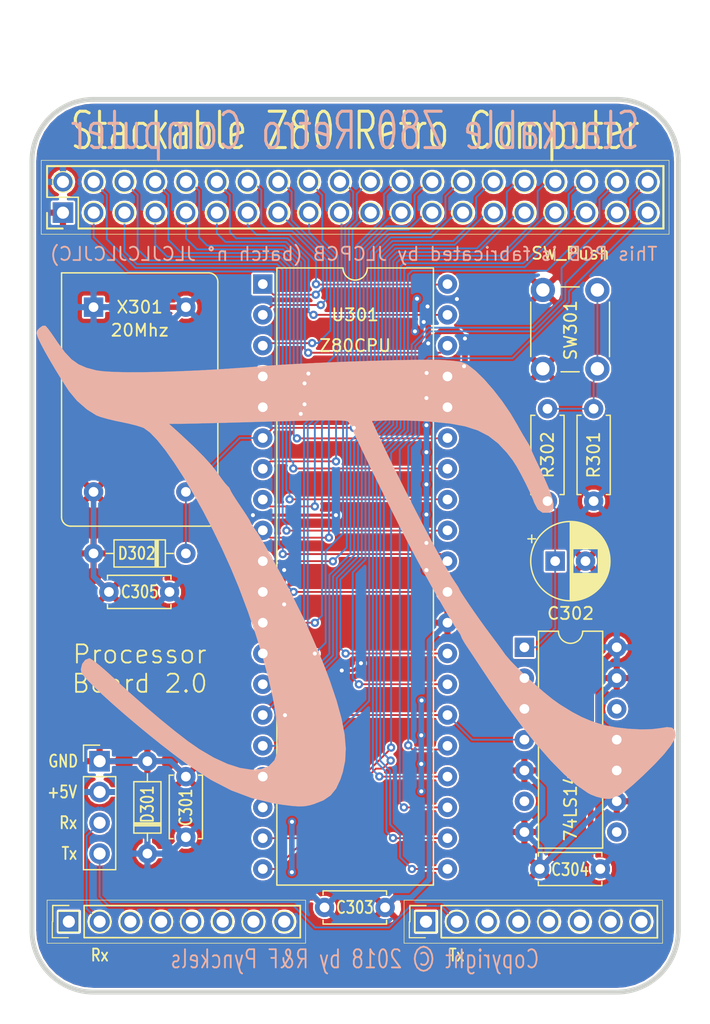
<source format=kicad_pcb>
(kicad_pcb (version 20171130) (host pcbnew "(5.0.1)-3")
  (title_block (title "S80 - Stackable Z80") (date 2018-11-14) (rev 2.0) (comment 1 "Copyright (c) 2018 by R&F Pynckels"))
  (layers (0 F.Cu signal) (31 B.Cu signal) (34 B.Paste user) (35 F.Paste user) (36 B.SilkS user) (37 F.SilkS user) (38 B.Mask user) (39 F.Mask user) (44 Edge.Cuts user))
  (net 0 "")
  (net 1 VCC)
  (net 2 GND)
  (net 3 "Net-(C302-Pad1)")
  (net 4 /Processor/C1)
  (net 5 /Memory/A0)
  (net 6 /Memory/A1)
  (net 7 /Memory/A2)
  (net 8 /Memory/A3)
  (net 9 /Memory/A4)
  (net 10 /Memory/A5)
  (net 11 /Memory/A6)
  (net 12 /Memory/A7)
  (net 13 /Memory/A8)
  (net 14 /Memory/A9)
  (net 15 /Memory/A10)
  (net 16 /Memory/A11)
  (net 17 /Memory/A12)
  (net 18 /Memory/A13)
  (net 19 /Memory/A14)
  (net 20 /Memory/A15)
  (net 21 /Memory/D0)
  (net 22 /Memory/D1)
  (net 23 /Memory/D2)
  (net 24 /Memory/D3)
  (net 25 /Memory/D4)
  (net 26 /Memory/D5)
  (net 27 /Memory/D6)
  (net 28 /Memory/D7)
  (net 29 /Memory/C8)
  (net 30 /Memory/C9)
  (net 31 /Memory/C10)
  (net 32 /Processor/C2)
  (net 33 /Processor/C0)
  (net 34 /Processor/C3)
  (net 35 /Processor/C4)
  (net 36 /Processor/C5)
  (net 37 /Processor/C6)
  (net 38 /Processor/C7)
  (net 39 /Processor/C11)
  (net 40 /Processor/C12)
  (net 41 /Processor/C13)
  (net 42 "Net-(R301-Pad2)")
  (net 43 "Net-(U302-Pad2)")
  (net 44 /Processor/Rx)
  (net 45 /Processor/Tx)
  (module Package_DIP:DIP-40_W15.24mm (layer F.Cu) (at 96.52 44.45)
    (fp_text reference U301 (at 7.62 2.54) (layer F.SilkS))
    (fp_text value Z80CPU (at 7.62 5.08) (layer F.SilkS))
    (pad 40 thru_hole oval (at 15.24 0) (size 1.6 1.6) (drill 0.8) (layers *.Cu *.Mask) (net 15 /Memory/A10))
    (pad 20 thru_hole oval (at 0 48.26) (size 1.6 1.6) (drill 0.8) (layers *.Cu *.Mask) (net 39 /Processor/C11))
    (pad 39 thru_hole oval (at 15.24 2.54) (size 1.6 1.6) (drill 0.8) (layers *.Cu *.Mask) (net 14 /Memory/A9))
    (pad 19 thru_hole oval (at 0 45.72) (size 1.6 1.6) (drill 0.8) (layers *.Cu *.Mask) (net 31 /Memory/C10))
    (pad 38 thru_hole oval (at 15.24 5.08) (size 1.6 1.6) (drill 0.8) (layers *.Cu *.Mask) (net 13 /Memory/A8))
    (pad 18 thru_hole oval (at 0 43.18) (size 1.6 1.6) (drill 0.8) (layers *.Cu *.Mask) (net 38 /Processor/C7))
    (pad 37 thru_hole oval (at 15.24 7.62) (size 1.6 1.6) (drill 0.8) (layers *.Cu *.Mask) (net 12 /Memory/A7))
    (pad 17 thru_hole oval (at 0 40.64) (size 1.6 1.6) (drill 0.8) (layers *.Cu *.Mask) (net 32 /Processor/C2))
    (pad 36 thru_hole oval (at 15.24 10.16) (size 1.6 1.6) (drill 0.8) (layers *.Cu *.Mask) (net 11 /Memory/A6))
    (pad 16 thru_hole oval (at 0 38.1) (size 1.6 1.6) (drill 0.8) (layers *.Cu *.Mask) (net 34 /Processor/C3))
    (pad 35 thru_hole oval (at 15.24 12.7) (size 1.6 1.6) (drill 0.8) (layers *.Cu *.Mask) (net 10 /Memory/A5))
    (pad 15 thru_hole oval (at 0 35.56) (size 1.6 1.6) (drill 0.8) (layers *.Cu *.Mask) (net 22 /Memory/D1))
    (pad 34 thru_hole oval (at 15.24 15.24) (size 1.6 1.6) (drill 0.8) (layers *.Cu *.Mask) (net 9 /Memory/A4))
    (pad 14 thru_hole oval (at 0 33.02) (size 1.6 1.6) (drill 0.8) (layers *.Cu *.Mask) (net 21 /Memory/D0))
    (pad 33 thru_hole oval (at 15.24 17.78) (size 1.6 1.6) (drill 0.8) (layers *.Cu *.Mask) (net 8 /Memory/A3))
    (pad 13 thru_hole oval (at 0 30.48) (size 1.6 1.6) (drill 0.8) (layers *.Cu *.Mask) (net 28 /Memory/D7))
    (pad 32 thru_hole oval (at 15.24 20.32) (size 1.6 1.6) (drill 0.8) (layers *.Cu *.Mask) (net 7 /Memory/A2))
    (pad 12 thru_hole oval (at 0 27.94) (size 1.6 1.6) (drill 0.8) (layers *.Cu *.Mask) (net 23 /Memory/D2))
    (pad 31 thru_hole oval (at 15.24 22.86) (size 1.6 1.6) (drill 0.8) (layers *.Cu *.Mask) (net 6 /Memory/A1))
    (pad 11 thru_hole oval (at 0 25.4) (size 1.6 1.6) (drill 0.8) (layers *.Cu *.Mask) (net 1 VCC))
    (pad 30 thru_hole oval (at 15.24 25.4) (size 1.6 1.6) (drill 0.8) (layers *.Cu *.Mask) (net 5 /Memory/A0))
    (pad 10 thru_hole oval (at 0 22.86) (size 1.6 1.6) (drill 0.8) (layers *.Cu *.Mask) (net 27 /Memory/D6))
    (pad 29 thru_hole oval (at 15.24 27.94) (size 1.6 1.6) (drill 0.8) (layers *.Cu *.Mask) (net 2 GND))
    (pad 9 thru_hole oval (at 0 20.32) (size 1.6 1.6) (drill 0.8) (layers *.Cu *.Mask) (net 26 /Memory/D5))
    (pad 28 thru_hole oval (at 15.24 30.48) (size 1.6 1.6) (drill 0.8) (layers *.Cu *.Mask) (net 36 /Processor/C5))
    (pad 8 thru_hole oval (at 0 17.78) (size 1.6 1.6) (drill 0.8) (layers *.Cu *.Mask) (net 24 /Memory/D3))
    (pad 27 thru_hole oval (at 15.24 33.02) (size 1.6 1.6) (drill 0.8) (layers *.Cu *.Mask) (net 35 /Processor/C4))
    (pad 7 thru_hole oval (at 0 15.24) (size 1.6 1.6) (drill 0.8) (layers *.Cu *.Mask) (net 25 /Memory/D4))
    (pad 26 thru_hole oval (at 15.24 35.56) (size 1.6 1.6) (drill 0.8) (layers *.Cu *.Mask) (net 33 /Processor/C0))
    (pad 6 thru_hole oval (at 0 12.7) (size 1.6 1.6) (drill 0.8) (layers *.Cu *.Mask) (net 4 /Processor/C1))
    (pad 25 thru_hole oval (at 15.24 38.1) (size 1.6 1.6) (drill 0.8) (layers *.Cu *.Mask) (net 40 /Processor/C12))
    (pad 5 thru_hole oval (at 0 10.16) (size 1.6 1.6) (drill 0.8) (layers *.Cu *.Mask) (net 20 /Memory/A15))
    (pad 24 thru_hole oval (at 15.24 40.64) (size 1.6 1.6) (drill 0.8) (layers *.Cu *.Mask) (net 37 /Processor/C6))
    (pad 4 thru_hole oval (at 0 7.62) (size 1.6 1.6) (drill 0.8) (layers *.Cu *.Mask) (net 19 /Memory/A14))
    (pad 23 thru_hole oval (at 15.24 43.18) (size 1.6 1.6) (drill 0.8) (layers *.Cu *.Mask) (net 41 /Processor/C13))
    (pad 3 thru_hole oval (at 0 5.08) (size 1.6 1.6) (drill 0.8) (layers *.Cu *.Mask) (net 18 /Memory/A13))
    (pad 22 thru_hole oval (at 15.24 45.72) (size 1.6 1.6) (drill 0.8) (layers *.Cu *.Mask) (net 30 /Memory/C9))
    (pad 2 thru_hole oval (at 0 2.54) (size 1.6 1.6) (drill 0.8) (layers *.Cu *.Mask) (net 17 /Memory/A12))
    (pad 21 thru_hole oval (at 15.24 48.26) (size 1.6 1.6) (drill 0.8) (layers *.Cu *.Mask) (net 29 /Memory/C8))
    (pad 1 thru_hole rect (at 0 0) (size 1.6 1.6) (drill 0.8) (layers *.Cu *.Mask) (net 16 /Memory/A11))
  )
  (module Capacitor_THT:C_Disc_D5.0mm_W2.5mm_P5.00mm (layer F.Cu) (at 106.61396 95.885 180)
    (fp_text reference C303 (at 2.5 0 180) (layer F.SilkS) (effects (font (size 1 0.8))))
    (fp_text value 100pf)
    (pad 1 thru_hole circle (at 0 0 180) (size 1.6 1.6) (drill 0.8) (layers *.Cu *.Mask) (net 2 GND))
    (pad 2 thru_hole circle (at 5 0 180) (size 1.6 1.6) (drill 0.8) (layers *.Cu *.Mask) (net 1 VCC))
  )
  (module Pynckels:pi (layer B.Cu) (at 105.029 67.31 180)
    (fp_text reference G*** hide)
    (fp_text value LOGO hide)
  )
  (module Capacitor_THT:C_Disc_D5.0mm_W2.5mm_P5.00mm (layer F.Cu) (at 90.17 85.09 270)
    (fp_text reference C301 (at 2.54 0 270) (layer F.SilkS) (effects (font (size 1 0.8))))
    (fp_text value 100pf)
    (pad 1 thru_hole circle (at 0 0 270) (size 1.6 1.6) (drill 0.8) (layers *.Cu *.Mask) (net 2 GND))
    (pad 2 thru_hole circle (at 5 0 270) (size 1.6 1.6) (drill 0.8) (layers *.Cu *.Mask) (net 1 VCC))
  )
  (module Capacitor_THT:CP_Radial_D6.3mm_P2.50mm (layer F.Cu) (at 120.65 67.31)
    (fp_text reference C302 (at 1.27 4.318) (layer F.SilkS))
    (fp_text value 22μF)
    (pad 1 thru_hole rect (at 0 0) (size 1.6 1.6) (drill 0.8) (layers *.Cu *.Mask) (net 3 "Net-(C302-Pad1)"))
    (pad 2 thru_hole circle (at 2.5 0) (size 1.6 1.6) (drill 0.8) (layers *.Cu *.Mask) (net 2 GND))
  )
  (module Capacitor_THT:C_Disc_D5.0mm_W2.5mm_P5.00mm (layer F.Cu) (at 119.38 92.71)
    (fp_text reference C304 (at 2.5 0.054999) (layer F.SilkS) (effects (font (size 1 0.8))))
    (fp_text value 100pf)
    (pad 1 thru_hole circle (at 0 0) (size 1.6 1.6) (drill 0.8) (layers *.Cu *.Mask) (net 2 GND))
    (pad 2 thru_hole circle (at 5 0) (size 1.6 1.6) (drill 0.8) (layers *.Cu *.Mask) (net 1 VCC))
  )
  (module Capacitor_THT:C_Disc_D5.0mm_W2.5mm_P5.00mm (layer F.Cu) (at 83.82 69.85)
    (fp_text reference C305 (at 2.54 0) (layer F.SilkS) (effects (font (size 1 0.8))))
    (fp_text value 100pf)
    (pad 2 thru_hole circle (at 5 0) (size 1.6 1.6) (drill 0.8) (layers *.Cu *.Mask) (net 1 VCC))
    (pad 1 thru_hole circle (at 0 0) (size 1.6 1.6) (drill 0.8) (layers *.Cu *.Mask) (net 2 GND))
  )
  (module Pynckels:D_Zener_Reverse_Biased (layer F.Cu) (at 86.995 91.44 90)
    (fp_text reference D301 (at 4.064 0 90) (layer F.SilkS) (effects (font (size 1 0.8))))
    (fp_text value 5V1 hide)
    (pad 2 thru_hole oval (at 0 0 90) (size 1.6 1.6) (drill 0.8) (layers *.Cu *.Mask) (net 1 VCC))
    (pad 1 thru_hole oval (at 7.62 0 90) (size 1.6 1.6) (drill 0.8) (layers *.Cu *.Mask) (net 2 GND))
  )
  (module Pynckels:D_Zener_Reverse_Biased (layer F.Cu) (at 90.17 66.675 180)
    (fp_text reference D302 (at 4.064 0 180) (layer F.SilkS) (effects (font (size 1 0.8))))
    (fp_text value 5V1 hide)
    (pad 1 thru_hole oval (at 7.62 0 180) (size 1.6 1.6) (drill 0.8) (layers *.Cu *.Mask) (net 2 GND))
    (pad 2 thru_hole oval (at 0 0 180) (size 1.6 1.6) (drill 0.8) (layers *.Cu *.Mask) (net 4 /Processor/C1))
  )
  (module Connector_PinSocket_2.54mm:PinSocket_1x08_P2.54mm_Vertical (layer F.Cu) (at 80.51038 97.0534 90)
    (fp_text reference J301 hide)
    (fp_text value 01x08)
    (pad 1 thru_hole rect (at 0 0 90) (size 1.7 1.7) (drill 1) (layers *.Cu *.Mask))
    (pad 2 thru_hole oval (at 0 2.54 90) (size 1.7 1.7) (drill 1) (layers *.Cu *.Mask) (net 44 /Processor/Rx))
    (pad 3 thru_hole oval (at 0 5.08 90) (size 1.7 1.7) (drill 1) (layers *.Cu *.Mask))
    (pad 4 thru_hole oval (at 0 7.62 90) (size 1.7 1.7) (drill 1) (layers *.Cu *.Mask))
    (pad 5 thru_hole oval (at 0 10.16 90) (size 1.7 1.7) (drill 1) (layers *.Cu *.Mask))
    (pad 6 thru_hole oval (at 0 12.7 90) (size 1.7 1.7) (drill 1) (layers *.Cu *.Mask))
    (pad 7 thru_hole oval (at 0 15.24 90) (size 1.7 1.7) (drill 1) (layers *.Cu *.Mask))
    (pad 8 thru_hole oval (at 0 17.78 90) (size 1.7 1.7) (drill 1) (layers *.Cu *.Mask))
  )
  (module Pynckels:PinSocket_2x20_P2.54mm_Vertical (layer F.Cu) (at 80.02524 38.5572 90)
    (fp_text reference J302 hide)
    (fp_text value 02x20)
    (pad 1 thru_hole rect (at 0 0 90) (size 1.7 1.7) (drill 1) (layers *.Cu *.Mask) (net 2 GND))
    (pad 2 thru_hole oval (at 2.54 0 90) (size 1.7 1.7) (drill 1) (layers *.Cu *.Mask) (net 1 VCC))
    (pad 3 thru_hole oval (at 0 2.54 90) (size 1.7 1.7) (drill 1) (layers *.Cu *.Mask) (net 5 /Memory/A0))
    (pad 4 thru_hole oval (at 2.54 2.54 90) (size 1.7 1.7) (drill 1) (layers *.Cu *.Mask) (net 6 /Memory/A1))
    (pad 5 thru_hole oval (at 0 5.08 90) (size 1.7 1.7) (drill 1) (layers *.Cu *.Mask) (net 7 /Memory/A2))
    (pad 6 thru_hole oval (at 2.54 5.08 90) (size 1.7 1.7) (drill 1) (layers *.Cu *.Mask) (net 8 /Memory/A3))
    (pad 7 thru_hole oval (at 0 7.62 90) (size 1.7 1.7) (drill 1) (layers *.Cu *.Mask) (net 9 /Memory/A4))
    (pad 8 thru_hole oval (at 2.54 7.62 90) (size 1.7 1.7) (drill 1) (layers *.Cu *.Mask) (net 10 /Memory/A5))
    (pad 9 thru_hole oval (at 0 10.16 90) (size 1.7 1.7) (drill 1) (layers *.Cu *.Mask) (net 11 /Memory/A6))
    (pad 10 thru_hole oval (at 2.54 10.16 90) (size 1.7 1.7) (drill 1) (layers *.Cu *.Mask) (net 12 /Memory/A7))
    (pad 11 thru_hole oval (at 0 12.7 90) (size 1.7 1.7) (drill 1) (layers *.Cu *.Mask) (net 13 /Memory/A8))
    (pad 12 thru_hole oval (at 2.54 12.7 90) (size 1.7 1.7) (drill 1) (layers *.Cu *.Mask) (net 14 /Memory/A9))
    (pad 13 thru_hole oval (at 0 15.24 90) (size 1.7 1.7) (drill 1) (layers *.Cu *.Mask) (net 15 /Memory/A10))
    (pad 14 thru_hole oval (at 2.54 15.24 90) (size 1.7 1.7) (drill 1) (layers *.Cu *.Mask) (net 16 /Memory/A11))
    (pad 15 thru_hole oval (at 0 17.78 90) (size 1.7 1.7) (drill 1) (layers *.Cu *.Mask) (net 17 /Memory/A12))
    (pad 16 thru_hole oval (at 2.54 17.78 90) (size 1.7 1.7) (drill 1) (layers *.Cu *.Mask) (net 18 /Memory/A13))
    (pad 17 thru_hole oval (at 0 20.32 90) (size 1.7 1.7) (drill 1) (layers *.Cu *.Mask) (net 19 /Memory/A14))
    (pad 18 thru_hole oval (at 2.54 20.32 90) (size 1.7 1.7) (drill 1) (layers *.Cu *.Mask) (net 20 /Memory/A15))
    (pad 19 thru_hole oval (at 0 22.86 90) (size 1.7 1.7) (drill 1) (layers *.Cu *.Mask) (net 21 /Memory/D0))
    (pad 20 thru_hole oval (at 2.54 22.86 90) (size 1.7 1.7) (drill 1) (layers *.Cu *.Mask) (net 22 /Memory/D1))
    (pad 21 thru_hole oval (at 0 25.4 90) (size 1.7 1.7) (drill 1) (layers *.Cu *.Mask) (net 23 /Memory/D2))
    (pad 22 thru_hole oval (at 2.54 25.4 90) (size 1.7 1.7) (drill 1) (layers *.Cu *.Mask) (net 24 /Memory/D3))
    (pad 23 thru_hole oval (at 0 27.94 90) (size 1.7 1.7) (drill 1) (layers *.Cu *.Mask) (net 25 /Memory/D4))
    (pad 24 thru_hole oval (at 2.54 27.94 90) (size 1.7 1.7) (drill 1) (layers *.Cu *.Mask) (net 26 /Memory/D5))
    (pad 25 thru_hole oval (at 0 30.48 90) (size 1.7 1.7) (drill 1) (layers *.Cu *.Mask) (net 27 /Memory/D6))
    (pad 26 thru_hole oval (at 2.54 30.48 90) (size 1.7 1.7) (drill 1) (layers *.Cu *.Mask) (net 28 /Memory/D7))
    (pad 27 thru_hole oval (at 0 33.02 90) (size 1.7 1.7) (drill 1) (layers *.Cu *.Mask) (net 33 /Processor/C0))
    (pad 28 thru_hole oval (at 2.54 33.02 90) (size 1.7 1.7) (drill 1) (layers *.Cu *.Mask) (net 4 /Processor/C1))
    (pad 29 thru_hole oval (at 0 35.56 90) (size 1.7 1.7) (drill 1) (layers *.Cu *.Mask) (net 32 /Processor/C2))
    (pad 30 thru_hole oval (at 2.54 35.56 90) (size 1.7 1.7) (drill 1) (layers *.Cu *.Mask) (net 34 /Processor/C3))
    (pad 31 thru_hole oval (at 0 38.1 90) (size 1.7 1.7) (drill 1) (layers *.Cu *.Mask) (net 35 /Processor/C4))
    (pad 32 thru_hole oval (at 2.54 38.1 90) (size 1.7 1.7) (drill 1) (layers *.Cu *.Mask) (net 36 /Processor/C5))
    (pad 33 thru_hole oval (at 0 40.64 90) (size 1.7 1.7) (drill 1) (layers *.Cu *.Mask) (net 37 /Processor/C6))
    (pad 34 thru_hole oval (at 2.54 40.64 90) (size 1.7 1.7) (drill 1) (layers *.Cu *.Mask) (net 38 /Processor/C7))
    (pad 35 thru_hole oval (at 0 43.18 90) (size 1.7 1.7) (drill 1) (layers *.Cu *.Mask) (net 29 /Memory/C8))
    (pad 36 thru_hole oval (at 2.54 43.18 90) (size 1.7 1.7) (drill 1) (layers *.Cu *.Mask) (net 30 /Memory/C9))
    (pad 37 thru_hole oval (at 0 45.72 90) (size 1.7 1.7) (drill 1) (layers *.Cu *.Mask) (net 31 /Memory/C10))
    (pad 38 thru_hole oval (at 2.54 45.72 90) (size 1.7 1.7) (drill 1) (layers *.Cu *.Mask) (net 39 /Processor/C11))
    (pad 39 thru_hole oval (at 0 48.26 90) (size 1.7 1.7) (drill 1) (layers *.Cu *.Mask) (net 40 /Processor/C12))
    (pad 40 thru_hole oval (at 2.54 48.26 90) (size 1.7 1.7) (drill 1) (layers *.Cu *.Mask) (net 41 /Processor/C13))
  )
  (module Connector_PinSocket_2.54mm:PinSocket_1x08_P2.54mm_Vertical (layer F.Cu) (at 109.98708 97.06102 90)
    (fp_text reference J303 hide)
    (fp_text value 01x08)
    (pad 8 thru_hole oval (at 0 17.78 90) (size 1.7 1.7) (drill 1) (layers *.Cu *.Mask))
    (pad 7 thru_hole oval (at 0 15.24 90) (size 1.7 1.7) (drill 1) (layers *.Cu *.Mask))
    (pad 6 thru_hole oval (at 0 12.7 90) (size 1.7 1.7) (drill 1) (layers *.Cu *.Mask))
    (pad 5 thru_hole oval (at 0 10.16 90) (size 1.7 1.7) (drill 1) (layers *.Cu *.Mask))
    (pad 4 thru_hole oval (at 0 7.62 90) (size 1.7 1.7) (drill 1) (layers *.Cu *.Mask))
    (pad 3 thru_hole oval (at 0 5.08 90) (size 1.7 1.7) (drill 1) (layers *.Cu *.Mask))
    (pad 2 thru_hole oval (at 0 2.54 90) (size 1.7 1.7) (drill 1) (layers *.Cu *.Mask) (net 45 /Processor/Tx))
    (pad 1 thru_hole rect (at 0 0 90) (size 1.7 1.7) (drill 1) (layers *.Cu *.Mask))
  )
  (module Connector_PinHeader_2.54mm:PinHeader_1x04_P2.54mm_Vertical (layer F.Cu) (at 83.05038 83.82)
    (fp_text reference J304 hide)
    (fp_text value 01x04)
    (pad 1 thru_hole rect (at 0 0) (size 1.7 1.7) (drill 1) (layers *.Cu *.Mask) (net 2 GND))
    (pad 2 thru_hole oval (at 0 2.54) (size 1.7 1.7) (drill 1) (layers *.Cu *.Mask) (net 1 VCC))
    (pad 3 thru_hole oval (at 0 5.08) (size 1.7 1.7) (drill 1) (layers *.Cu *.Mask) (net 44 /Processor/Rx))
    (pad 4 thru_hole oval (at 0 7.62) (size 1.7 1.7) (drill 1) (layers *.Cu *.Mask) (net 45 /Processor/Tx))
  )
  (module Resistor_THT:R_Axial_DIN0207_L6.3mm_D2.5mm_P7.62mm_Horizontal (layer F.Cu) (at 123.825 62.357 90)
    (fp_text reference R301 (at 3.81 0 90) (layer F.SilkS))
    (fp_text value "1K 5%")
    (pad 1 thru_hole circle (at 0 0 90) (size 1.6 1.6) (drill 0.8) (layers *.Cu *.Mask) (net 1 VCC))
    (pad 2 thru_hole oval (at 7.62 0 90) (size 1.6 1.6) (drill 0.8) (layers *.Cu *.Mask) (net 42 "Net-(R301-Pad2)"))
  )
  (module Resistor_THT:R_Axial_DIN0207_L6.3mm_D2.5mm_P7.62mm_Horizontal (layer F.Cu) (at 120.015 62.357 90)
    (fp_text reference R302 (at 3.81 0 90) (layer F.SilkS))
    (fp_text value "1K 5%")
    (pad 2 thru_hole oval (at 7.62 0 90) (size 1.6 1.6) (drill 0.8) (layers *.Cu *.Mask) (net 42 "Net-(R301-Pad2)"))
    (pad 1 thru_hole circle (at 0 0 90) (size 1.6 1.6) (drill 0.8) (layers *.Cu *.Mask) (net 3 "Net-(C302-Pad1)"))
  )
  (module Button_Switch_THT:SW_PUSH_6mm (layer F.Cu) (at 119.634 51.435 90)
    (fp_text reference SW301 (at 3.175 2.286 90) (layer F.SilkS))
    (fp_text value SW_Push (at 9.525 2.286 180) (layer F.SilkS))
    (pad 2 thru_hole circle (at 0 4.5 180) (size 2 2) (drill 1.1) (layers *.Cu *.Mask) (net 42 "Net-(R301-Pad2)"))
    (pad 1 thru_hole circle (at 0 0 180) (size 2 2) (drill 1.1) (layers *.Cu *.Mask) (net 2 GND))
    (pad 2 thru_hole circle (at 6.5 4.5 180) (size 2 2) (drill 1.1) (layers *.Cu *.Mask) (net 42 "Net-(R301-Pad2)"))
    (pad 1 thru_hole circle (at 6.5 0 180) (size 2 2) (drill 1.1) (layers *.Cu *.Mask) (net 2 GND))
  )
  (module Package_DIP:DIP-14_W7.62mm (layer F.Cu) (at 118.11 74.422)
    (fp_text reference U302 (at 3.81 7.62) (layer F.SilkS))
    (fp_text value 74LS14 (at 3.81 13.208 90) (layer F.SilkS))
    (pad 14 thru_hole oval (at 7.62 0) (size 1.6 1.6) (drill 0.8) (layers *.Cu *.Mask) (net 1 VCC))
    (pad 7 thru_hole oval (at 0 15.24) (size 1.6 1.6) (drill 0.8) (layers *.Cu *.Mask) (net 2 GND))
    (pad 13 thru_hole oval (at 7.62 2.54) (size 1.6 1.6) (drill 0.8) (layers *.Cu *.Mask) (net 2 GND))
    (pad 6 thru_hole oval (at 0 12.7) (size 1.6 1.6) (drill 0.8) (layers *.Cu *.Mask))
    (pad 12 thru_hole oval (at 7.62 5.08) (size 1.6 1.6) (drill 0.8) (layers *.Cu *.Mask))
    (pad 5 thru_hole oval (at 0 10.16) (size 1.6 1.6) (drill 0.8) (layers *.Cu *.Mask) (net 2 GND))
    (pad 11 thru_hole oval (at 7.62 7.62) (size 1.6 1.6) (drill 0.8) (layers *.Cu *.Mask) (net 2 GND))
    (pad 4 thru_hole oval (at 0 7.62) (size 1.6 1.6) (drill 0.8) (layers *.Cu *.Mask) (net 33 /Processor/C0))
    (pad 10 thru_hole oval (at 7.62 10.16) (size 1.6 1.6) (drill 0.8) (layers *.Cu *.Mask))
    (pad 3 thru_hole oval (at 0 5.08) (size 1.6 1.6) (drill 0.8) (layers *.Cu *.Mask) (net 43 "Net-(U302-Pad2)"))
    (pad 9 thru_hole oval (at 7.62 12.7) (size 1.6 1.6) (drill 0.8) (layers *.Cu *.Mask) (net 2 GND))
    (pad 2 thru_hole oval (at 0 2.54) (size 1.6 1.6) (drill 0.8) (layers *.Cu *.Mask) (net 43 "Net-(U302-Pad2)"))
    (pad 8 thru_hole oval (at 7.62 15.24) (size 1.6 1.6) (drill 0.8) (layers *.Cu *.Mask))
    (pad 1 thru_hole rect (at 0 0) (size 1.6 1.6) (drill 0.8) (layers *.Cu *.Mask) (net 3 "Net-(C302-Pad1)"))
  )
  (module Oscillator:Oscillator_DIP-14 (layer F.Cu) (at 82.55 46.355 270)
    (fp_text reference X301 (at 0 -3.81) (layer F.SilkS))
    (fp_text value 20Mhz (at 1.905 -3.81) (layer F.SilkS))
    (pad 7 thru_hole circle (at 15.24 0 270) (size 1.6 1.6) (drill 0.8) (layers *.Cu *.Mask) (net 2 GND))
    (pad 8 thru_hole circle (at 15.24 -7.62 270) (size 1.6 1.6) (drill 0.8) (layers *.Cu *.Mask) (net 4 /Processor/C1))
    (pad 14 thru_hole circle (at 0 -7.62 270) (size 1.6 1.6) (drill 0.8) (layers *.Cu *.Mask) (net 1 VCC))
    (pad 1 thru_hole rect (at 0 0 270) (size 1.6 1.6) (drill 0.8) (layers *.Cu *.Mask) (net 1 VCC))
  )
  (gr_text Tx (at 112.522 99.822) (layer F.SilkS) (effects (font (size 1 0.8))))
  (gr_text Rx (at 83.058 99.822) (layer F.SilkS) (effects (font (size 1 0.8))))
  (gr_text Tx (at 81.28 91.43492) (layer F.SilkS) (effects (font (size 1 0.8)) (justify right)))
  (gr_text Rx (at 81.28 88.9) (layer F.SilkS) (effects (font (size 1 0.8)) (justify right)))
  (gr_text +5V (at 81.28 86.36) (layer F.SilkS) (effects (font (size 1 0.8)) (justify right)))
  (gr_text GND (at 81.36636 83.81746) (layer F.SilkS) (effects (font (size 1 0.8)) (justify right)))
  (gr_line (start 78.74 37.29) (end 81.28 37.29) (layer F.SilkS) (width 0.1))
  (gr_line (start 78.74 34.75) (end 78.74 37.29) (layer F.SilkS) (width 0.1))
  (gr_circle (center 80.025633 36.02) (end 80.813033 35.6898) (layer F.SilkS) (width 0.1))
  (gr_line (start 129.54 34.75) (end 78.74 34.75) (layer F.SilkS) (width 0.1))
  (gr_line (start 81.7626 95.7392) (end 81.7626 98.3554) (layer F.SilkS) (width 0.1))
  (gr_line (start 81.7626 95.7392) (end 99.5934 95.7646) (layer F.SilkS) (width 0.1))
  (gr_line (start 80.4672 98.3808) (end 79.1464 98.3808) (layer F.SilkS) (width 0.1))
  (gr_line (start 99.5934 95.7646) (end 99.5934 98.3808) (layer F.SilkS) (width 0.1))
  (gr_line (start 79.1464 98.3808) (end 79.1464 97.06) (layer F.SilkS) (width 0.1))
  (gr_line (start 100.0506 95.282) (end 78.7146 95.282) (layer F.SilkS) (width 0.05))
  (gr_line (start 100.0506 98.838) (end 100.0506 95.282) (layer F.SilkS) (width 0.05))
  (gr_line (start 99.5934 98.3808) (end 81.7626 98.3554) (layer F.SilkS) (width 0.1))
  (gr_circle (center 85.5726 97.06) (end 86.3854 96.7806) (layer F.SilkS) (width 0.1))
  (gr_circle (center 95.7326 97.06) (end 95.1992 96.3488) (layer F.SilkS) (width 0.1))
  (gr_circle (center 98.2726 97.06) (end 97.409 97.0854) (layer F.SilkS) (width 0.1))
  (gr_circle (center 90.6272 97.06) (end 89.8652 96.6282) (layer F.SilkS) (width 0.1))
  (gr_line (start 78.7146 98.838) (end 100.0506 98.838) (layer F.SilkS) (width 0.05))
  (gr_circle (center 93.1926 97.0346) (end 92.5068 96.5266) (layer F.SilkS) (width 0.1))
  (gr_line (start 81.3562 97.9236) (end 81.3562 96.1964) (layer F.SilkS) (width 0.1))
  (gr_line (start 81.3562 96.1964) (end 79.6036 96.1964) (layer F.SilkS) (width 0.1))
  (gr_line (start 79.6036 96.1964) (end 79.6036 97.9236) (layer F.SilkS) (width 0.1))
  (gr_circle (center 88.138 97.06) (end 87.4522 96.5012) (layer F.SilkS) (width 0.1))
  (gr_line (start 79.6036 97.9236) (end 81.3562 97.9236) (layer F.SilkS) (width 0.1))
  (gr_circle (center 83.058 97.06) (end 82.296 96.6028) (layer F.SilkS) (width 0.1))
  (gr_line (start 78.7146 95.282) (end 78.7146 98.838) (layer F.SilkS) (width 0.05))
  (gr_text "Copyright © 2018 by R&F Pynckels" (at 104.10952 100.14712) (layer B.SilkS) (effects (font (size 1.5 1.1)) (justify mirror)))
  (gr_text "Stackable Z80 Retro Computer" (at 104.14 31.8102) (layer B.SilkS) (effects (font (size 3 2) (thickness 0.25)) (justify mirror)))
  (gr_text "Stackable Z80 Retro Computer" (at 104.14 31.8102) (layer F.SilkS) (effects (font (size 3 2) (thickness 0.25))))
  (gr_line (start 125.73 29.21) (end 82.55 29.21) (layer Edge.Cuts) (width 0.4))
  (gr_line (start 125.73 102.87) (end 82.55 102.87) (layer Edge.Cuts) (width 0.4))
  (gr_circle (center 125.720233 38.56) (end 126.507633 38.2298) (layer F.SilkS) (width 0.1))
  (gr_circle (center 95.240233 38.56) (end 96.027633 38.2298) (layer F.SilkS) (width 0.1))
  (gr_circle (center 110.480233 38.56) (end 111.267633 38.2298) (layer F.SilkS) (width 0.1))
  (gr_circle (center 128.254367 38.56) (end 129.041767 38.2298) (layer F.SilkS) (width 0.1))
  (gr_circle (center 128.260233 36.02) (end 129.047633 35.6898) (layer F.SilkS) (width 0.1))
  (gr_circle (center 125.720233 36.02) (end 126.507633 35.6898) (layer F.SilkS) (width 0.1))
  (gr_circle (center 120.634367 36.02) (end 121.421767 35.6898) (layer F.SilkS) (width 0.1))
  (gr_circle (center 115.534833 36.02) (end 116.322233 35.6898) (layer F.SilkS) (width 0.1))
  (gr_circle (center 123.174367 38.56) (end 123.961767 38.2298) (layer F.SilkS) (width 0.1))
  (gr_circle (center 120.608967 38.56) (end 121.396367 38.2298) (layer F.SilkS) (width 0.1))
  (gr_circle (center 113.014367 38.56) (end 113.801767 38.2298) (layer F.SilkS) (width 0.1))
  (gr_circle (center 118.100233 36.02) (end 118.887633 35.6898) (layer F.SilkS) (width 0.1))
  (gr_circle (center 115.554367 38.56) (end 116.341767 38.2298) (layer F.SilkS) (width 0.1))
  (gr_circle (center 118.094367 38.56) (end 118.881767 38.2298) (layer F.SilkS) (width 0.1))
  (gr_circle (center 113.020233 36.02) (end 113.807633 35.6898) (layer F.SilkS) (width 0.1))
  (gr_circle (center 123.174367 36.02) (end 123.961767 35.6898) (layer F.SilkS) (width 0.1))
  (gr_circle (center 110.480233 36.02) (end 111.267633 35.6898) (layer F.SilkS) (width 0.1))
  (gr_circle (center 105.368967 38.56) (end 106.156367 38.2298) (layer F.SilkS) (width 0.1))
  (gr_circle (center 97.780233 36.02) (end 98.567633 35.6898) (layer F.SilkS) (width 0.1))
  (gr_circle (center 97.774367 38.56) (end 98.561767 38.2298) (layer F.SilkS) (width 0.1))
  (gr_circle (center 95.240233 36.02) (end 96.027633 35.6898) (layer F.SilkS) (width 0.1))
  (gr_circle (center 107.934367 38.56) (end 108.721767 38.2298) (layer F.SilkS) (width 0.1))
  (gr_circle (center 107.934367 36.02) (end 108.721767 35.6898) (layer F.SilkS) (width 0.1))
  (gr_circle (center 100.294833 36.02) (end 101.082233 35.6898) (layer F.SilkS) (width 0.1))
  (gr_circle (center 102.860233 36.02) (end 103.647633 35.6898) (layer F.SilkS) (width 0.1))
  (gr_circle (center 100.314367 38.56) (end 101.101767 38.2298) (layer F.SilkS) (width 0.1))
  (gr_circle (center 102.854367 38.56) (end 103.641767 38.2298) (layer F.SilkS) (width 0.1))
  (gr_circle (center 105.394367 36.02) (end 106.181767 35.6898) (layer F.SilkS) (width 0.1))
  (gr_circle (center 82.565633 36.02) (end 83.353033 35.6898) (layer F.SilkS) (width 0.1))
  (gr_circle (center 85.080233 36.02) (end 85.867633 35.6898) (layer F.SilkS) (width 0.1))
  (gr_circle (center 87.645633 36.02) (end 88.433033 35.6898) (layer F.SilkS) (width 0.1))
  (gr_circle (center 90.179767 36.02) (end 90.967167 35.6898) (layer F.SilkS) (width 0.1))
  (gr_circle (center 92.719767 36.02) (end 93.507167 35.6898) (layer F.SilkS) (width 0.1))
  (gr_circle (center 92.719767 38.56) (end 93.507167 38.2298) (layer F.SilkS) (width 0.1))
  (gr_circle (center 90.154367 38.56) (end 90.941767 38.2298) (layer F.SilkS) (width 0.1))
  (gr_circle (center 87.639767 38.56) (end 88.427167 38.2298) (layer F.SilkS) (width 0.1))
  (gr_circle (center 85.099767 38.56) (end 85.887167 38.2298) (layer F.SilkS) (width 0.1))
  (gr_circle (center 82.559767 38.56) (end 83.347167 38.2298) (layer F.SilkS) (width 0.1))
  (gr_line (start 78.74 39.83) (end 80.01 39.83) (layer F.SilkS) (width 0.1))
  (gr_line (start 78.74 38.56) (end 78.74 39.83) (layer F.SilkS) (width 0.1))
  (gr_line (start 129.54 39.83) (end 129.54 34.75) (layer F.SilkS) (width 0.1))
  (gr_line (start 81.28 39.83) (end 129.54 39.83) (layer F.SilkS) (width 0.1))
  (gr_line (start 81.28 37.29) (end 81.28 39.83) (layer F.SilkS) (width 0.1))
  (gr_line (start 130.048 34.242) (end 78.232 34.242) (layer F.SilkS) (width 0.05))
  (gr_line (start 130.048 40.338) (end 130.048 34.242) (layer F.SilkS) (width 0.05))
  (gr_line (start 78.232 40.338) (end 130.048 40.338) (layer F.SilkS) (width 0.05))
  (gr_line (start 78.232 34.242) (end 78.232 40.338) (layer F.SilkS) (width 0.05))
  (gr_line (start 129.5146 95.282) (end 108.1786 95.282) (layer F.SilkS) (width 0.05))
  (gr_line (start 129.5146 98.838) (end 129.5146 95.282) (layer F.SilkS) (width 0.05))
  (gr_line (start 108.1786 98.838) (end 129.5146 98.838) (layer F.SilkS) (width 0.05))
  (gr_line (start 108.1786 95.282) (end 108.1786 98.838) (layer F.SilkS) (width 0.05))
  (gr_circle (center 127.7366 97.06) (end 126.873 97.0854) (layer F.SilkS) (width 0.1))
  (gr_circle (center 125.1966 97.06) (end 124.6632 96.3488) (layer F.SilkS) (width 0.1))
  (gr_circle (center 122.6566 97.0346) (end 121.9708 96.5266) (layer F.SilkS) (width 0.1))
  (gr_circle (center 120.0912 97.06) (end 119.3292 96.6282) (layer F.SilkS) (width 0.1))
  (gr_circle (center 117.602 97.06) (end 116.9162 96.5012) (layer F.SilkS) (width 0.1))
  (gr_circle (center 115.0366 97.06) (end 115.8494 96.7806) (layer F.SilkS) (width 0.1))
  (gr_circle (center 112.522 97.06) (end 111.76 96.6028) (layer F.SilkS) (width 0.1))
  (gr_line (start 109.0676 97.9236) (end 110.8202 97.9236) (layer F.SilkS) (width 0.1))
  (gr_line (start 109.0676 96.1964) (end 109.0676 97.9236) (layer F.SilkS) (width 0.1))
  (gr_line (start 110.8202 96.1964) (end 109.0676 96.1964) (layer F.SilkS) (width 0.1))
  (gr_line (start 110.8202 97.9236) (end 110.8202 96.1964) (layer F.SilkS) (width 0.1))
  (gr_line (start 129.0574 98.3808) (end 111.2266 98.3554) (layer F.SilkS) (width 0.1))
  (gr_line (start 129.0574 95.7646) (end 129.0574 98.3808) (layer F.SilkS) (width 0.1))
  (gr_line (start 111.2266 95.7392) (end 129.0574 95.7646) (layer F.SilkS) (width 0.1))
  (gr_line (start 111.2266 95.7392) (end 111.2266 98.3554) (layer F.SilkS) (width 0.1))
  (gr_line (start 108.6104 98.3808) (end 108.6104 97.06) (layer F.SilkS) (width 0.1))
  (gr_line (start 109.9312 98.3808) (end 108.6104 98.3808) (layer F.SilkS) (width 0.1))
  (gr_line (start 130.81 34.29) (end 130.81 97.79) (layer Edge.Cuts) (width 0.4))
  (gr_line (start 77.47 34.29) (end 77.47 97.79) (layer Edge.Cuts) (width 0.4))
  (gr_arc (start 125.73 34.29) (end 130.81 34.29) (angle -90) (layer Edge.Cuts) (width 0.4))
  (gr_arc (start 125.73 97.79) (end 125.73 102.87) (angle -90) (layer Edge.Cuts) (width 0.4))
  (gr_arc (start 82.55 97.79) (end 77.47 97.79) (angle -90) (layer Edge.Cuts) (width 0.4))
  (gr_arc (start 82.55 34.29) (end 82.55 29.21) (angle -90) (layer Edge.Cuts) (width 0.4))
  (gr_text "This PCB is fabricated by JLCPCB (batch n° JLCJLCJLCJLC)" (at 104.021 41.964) (layer B.SilkS) (effects (font (size 1.1 1.1)) (justify mirror)))
  (gr_text "Processor\nBoard 2.0" (at 86.36 76.2) (layer F.SilkS) (effects (font (size 1.5 1.5))))
  (via (at 113.20272 48.93818) (size 0.6858) (drill 0.3302) (layers F.Cu B.Cu) (net 1))
  (via (at 95.70466 63.51524) (size 0.6858) (drill 0.3302) (layers F.Cu B.Cu) (net 1))
  (segment (start 86.36 91.44) (end 86.995 91.44) (width 0.4572) (layer F.Cu) (net 1))
  (segment (start 88.82 91.44) (end 90.17 90.09) (width 0.4572) (layer F.Cu) (net 1))
  (segment (start 86.995 91.44) (end 88.82 91.44) (width 0.4572) (layer F.Cu) (net 1))
  (segment (start 89.370001 47.154999) (end 90.17 46.355) (width 0.4572) (layer F.Cu) (net 1))
  (segment (start 88.020001 48.504999) (end 89.370001 47.154999) (width 0.4572) (layer F.Cu) (net 1))
  (segment (start 88.020001 69.050001) (end 88.020001 48.504999) (width 0.4572) (layer F.Cu) (net 1))
  (segment (start 88.82 69.85) (end 88.020001 69.050001) (width 0.4572) (layer F.Cu) (net 1))
  (segment (start 83.8072 46.355) (end 90.17 46.355) (width 0.4572) (layer F.Cu) (net 1))
  (segment (start 82.55 46.355) (end 83.8072 46.355) (width 0.4572) (layer F.Cu) (net 1))
  (segment (start 100.813961 95.085001) (end 101.61396 95.885) (width 0.4572) (layer F.Cu) (net 1))
  (segment (start 96.696015 95.085001) (end 100.813961 95.085001) (width 0.4572) (layer F.Cu) (net 1))
  (segment (start 95.034199 93.423185) (end 96.696015 95.085001) (width 0.4572) (layer F.Cu) (net 1))
  (segment (start 95.034199 71.335801) (end 95.034199 93.423185) (width 0.4572) (layer F.Cu) (net 1))
  (segment (start 96.52 69.85) (end 95.034199 71.335801) (width 0.4572) (layer F.Cu) (net 1))
  (segment (start 124.930001 75.221999) (end 125.73 74.422) (width 0.4572) (layer F.Cu) (net 1))
  (segment (start 123.580001 76.571999) (end 124.930001 75.221999) (width 0.4572) (layer F.Cu) (net 1))
  (segment (start 123.580001 91.910001) (end 123.580001 76.571999) (width 0.4572) (layer F.Cu) (net 1))
  (segment (start 124.38 92.71) (end 123.580001 91.910001) (width 0.4572) (layer F.Cu) (net 1))
  (via (at 110.11662 46.29912) (size 0.6858) (drill 0.3302) (layers F.Cu B.Cu) (net 1))
  (via (at 98.28276 70.87616) (size 0.6858) (drill 0.3302) (layers F.Cu B.Cu) (net 1))
  (via (at 98.28276 68.04406) (size 0.6858) (drill 0.3302) (layers F.Cu B.Cu) (net 1))
  (segment (start 98.28276 70.87616) (end 98.28276 68.04406) (width 0.254) (layer F.Cu) (net 1))
  (via (at 103.0351 76.33208) (size 0.6858) (drill 0.3302) (layers F.Cu B.Cu) (net 1))
  (via (at 104.62006 75.73264) (size 0.6858) (drill 0.3302) (layers F.Cu B.Cu) (net 1))
  (segment (start 103.0351 76.33208) (end 104.02062 76.33208) (width 0.254) (layer F.Cu) (net 1))
  (segment (start 104.02062 76.33208) (end 104.62006 75.73264) (width 0.254) (layer F.Cu) (net 1))
  (segment (start 104.62006 75.73264) (end 104.62006 72.43064) (width 0.254) (layer B.Cu) (net 1))
  (via (at 102.55504 63.51524) (size 0.6858) (drill 0.3302) (layers F.Cu B.Cu) (net 1))
  (segment (start 95.70466 63.51524) (end 102.55504 63.51524) (width 0.254) (layer F.Cu) (net 1))
  (via (at 110.1725 49.34204) (size 0.6858) (drill 0.3302) (layers F.Cu B.Cu) (net 1))
  (segment (start 86.36 86.36) (end 83.05038 86.36) (width 0.4572) (layer F.Cu) (net 1))
  (segment (start 86.995 91.44) (end 86.995 86.995) (width 0.4572) (layer F.Cu) (net 1))
  (segment (start 86.995 86.995) (end 86.36 86.36) (width 0.4572) (layer F.Cu) (net 1))
  (via (at 112.53978 45.68444) (size 0.6858) (drill 0.3302) (layers F.Cu B.Cu) (net 1))
  (segment (start 110.7313 45.68444) (end 112.53978 45.68444) (width 0.4572) (layer B.Cu) (net 1))
  (segment (start 110.11662 46.29912) (end 110.7313 45.68444) (width 0.4572) (layer B.Cu) (net 1))
  (via (at 113.1316 51.22672) (size 0.6858) (drill 0.3302) (layers F.Cu B.Cu) (net 1))
  (segment (start 110.1725 47.95011) (end 110.142029 47.919639) (width 0.4572) (layer F.Cu) (net 1))
  (segment (start 110.142029 47.919639) (end 109.79913 47.57674) (width 0.4572) (layer F.Cu) (net 1))
  (segment (start 110.11662 46.29912) (end 110.11662 47.25925) (width 0.4572) (layer B.Cu) (net 1))
  (segment (start 110.1725 49.34204) (end 110.1725 47.95011) (width 0.4572) (layer F.Cu) (net 1))
  (segment (start 110.11662 47.25925) (end 109.79913 47.57674) (width 0.4572) (layer B.Cu) (net 1))
  (via (at 109.79913 47.57674) (size 0.6858) (drill 0.3302) (layers F.Cu B.Cu) (net 1))
  (segment (start 112.613539 48.348999) (end 113.20272 48.93818) (width 0.4572) (layer F.Cu) (net 1))
  (segment (start 110.1725 49.34204) (end 111.165541 48.348999) (width 0.4572) (layer F.Cu) (net 1))
  (segment (start 111.165541 48.348999) (end 112.613539 48.348999) (width 0.4572) (layer F.Cu) (net 1))
  (segment (start 113.20272 51.1556) (end 113.1316 51.22672) (width 0.4572) (layer F.Cu) (net 1))
  (segment (start 113.20272 48.93818) (end 113.20272 51.1556) (width 0.4572) (layer F.Cu) (net 1))
  (segment (start 88.9 83.82) (end 90.17 85.09) (width 0.4572) (layer B.Cu) (net 2))
  (segment (start 86.995 83.82) (end 88.9 83.82) (width 0.4572) (layer B.Cu) (net 2))
  (segment (start 82.55 61.595) (end 82.55 66.675) (width 0.4572) (layer B.Cu) (net 2))
  (segment (start 82.55 68.58) (end 83.82 69.85) (width 0.4572) (layer B.Cu) (net 2))
  (segment (start 82.55 66.675) (end 82.55 68.58) (width 0.4572) (layer B.Cu) (net 2))
  (segment (start 110.274199 73.875801) (end 110.274199 93.560801) (width 0.4572) (layer B.Cu) (net 2))
  (segment (start 111.76 72.39) (end 110.274199 73.875801) (width 0.4572) (layer B.Cu) (net 2))
  (segment (start 108.749999 95.085001) (end 110.274199 93.560801) (width 0.4572) (layer B.Cu) (net 2))
  (segment (start 107.413959 95.085001) (end 108.749999 95.085001) (width 0.4572) (layer B.Cu) (net 2))
  (segment (start 106.61396 95.885) (end 107.413959 95.085001) (width 0.4572) (layer B.Cu) (net 2))
  (segment (start 119.38 90.932) (end 118.11 89.662) (width 0.4572) (layer B.Cu) (net 2))
  (segment (start 119.38 92.71) (end 119.38 90.932) (width 0.4572) (layer B.Cu) (net 2))
  (segment (start 118.909999 88.862001) (end 118.11 89.662) (width 0.4572) (layer B.Cu) (net 2))
  (segment (start 119.595801 88.176199) (end 118.909999 88.862001) (width 0.4572) (layer B.Cu) (net 2))
  (segment (start 119.595801 86.067801) (end 119.595801 88.176199) (width 0.4572) (layer B.Cu) (net 2))
  (segment (start 118.11 84.582) (end 119.595801 86.067801) (width 0.4572) (layer B.Cu) (net 2))
  (segment (start 124.930001 82.841999) (end 125.73 82.042) (width 0.4572) (layer B.Cu) (net 2))
  (segment (start 124.244199 83.527801) (end 124.930001 82.841999) (width 0.4572) (layer B.Cu) (net 2))
  (segment (start 124.244199 85.636199) (end 124.244199 83.527801) (width 0.4572) (layer B.Cu) (net 2))
  (segment (start 125.73 87.122) (end 124.244199 85.636199) (width 0.4572) (layer B.Cu) (net 2))
  (segment (start 124.930001 77.761999) (end 125.73 76.962) (width 0.4572) (layer B.Cu) (net 2))
  (segment (start 124.244199 78.447801) (end 124.930001 77.761999) (width 0.4572) (layer B.Cu) (net 2))
  (segment (start 124.244199 80.556199) (end 124.244199 78.447801) (width 0.4572) (layer B.Cu) (net 2))
  (segment (start 125.73 82.042) (end 124.244199 80.556199) (width 0.4572) (layer B.Cu) (net 2))
  (segment (start 124.968 87.122) (end 125.73 87.122) (width 0.4572) (layer B.Cu) (net 2))
  (segment (start 119.38 92.71) (end 124.968 87.122) (width 0.4572) (layer B.Cu) (net 2))
  (via (at 109.60354 86.30666) (size 0.6858) (drill 0.3302) (layers F.Cu B.Cu) (net 2))
  (via (at 109.59846 84.04606) (size 0.6858) (drill 0.3302) (layers F.Cu B.Cu) (net 2))
  (segment (start 109.60354 86.30666) (end 109.60354 84.05114) (width 0.4572) (layer B.Cu) (net 2))
  (segment (start 109.60354 84.05114) (end 109.59846 84.04606) (width 0.4572) (layer B.Cu) (net 2))
  (via (at 109.59846 84.04606) (size 0.6858) (drill 0.3302) (layers F.Cu B.Cu) (net 2))
  (via (at 109.59846 81.68132) (size 0.6858) (drill 0.3302) (layers F.Cu B.Cu) (net 2))
  (segment (start 109.59846 84.04606) (end 109.59846 81.68132) (width 0.4572) (layer B.Cu) (net 2))
  (via (at 109.62386 78.8035) (size 0.6858) (drill 0.3302) (layers F.Cu B.Cu) (net 2))
  (segment (start 109.59846 81.68132) (end 109.59846 78.8289) (width 0.4572) (layer B.Cu) (net 2))
  (segment (start 109.59846 78.8289) (end 109.62386 78.8035) (width 0.4572) (layer B.Cu) (net 2))
  (via (at 98.91776 92.97416) (size 0.6858) (drill 0.3302) (layers F.Cu B.Cu) (net 2))
  (via (at 98.92792 88.81618) (size 0.6858) (drill 0.3302) (layers F.Cu B.Cu) (net 2))
  (segment (start 98.91776 92.97416) (end 98.91776 88.82634) (width 0.4572) (layer B.Cu) (net 2))
  (segment (start 98.91776 88.82634) (end 98.92792 88.81618) (width 0.4572) (layer B.Cu) (net 2))
  (via (at 110.02264 68.05422) (size 0.6858) (drill 0.3302) (layers F.Cu B.Cu) (net 2))
  (via (at 110.02264 68.05422) (size 0.6858) (drill 0.3302) (layers F.Cu B.Cu) (net 2))
  (via (at 110.02264 68.05422) (size 0.6858) (drill 0.3302) (layers F.Cu B.Cu) (net 2))
  (segment (start 110.02264 68.05422) (end 110.02264 65.80886) (width 0.4572) (layer B.Cu) (net 2))
  (segment (start 110.02264 58.32094) (end 110.02264 57.40341) (width 0.4572) (layer B.Cu) (net 2))
  (via (at 110.02264 58.32094) (size 0.6858) (drill 0.3302) (layers F.Cu B.Cu) (net 2))
  (segment (start 110.02264 60.97524) (end 110.02264 58.32094) (width 0.4572) (layer B.Cu) (net 2))
  (via (at 110.02264 60.97524) (size 0.6858) (drill 0.3302) (layers F.Cu B.Cu) (net 2))
  (segment (start 110.02264 63.4619) (end 110.02264 60.97524) (width 0.4572) (layer B.Cu) (net 2))
  (via (at 110.02264 63.4619) (size 0.6858) (drill 0.3302) (layers F.Cu B.Cu) (net 2))
  (segment (start 110.02264 65.80886) (end 110.02264 63.4619) (width 0.4572) (layer B.Cu) (net 2))
  (via (at 110.02264 65.80886) (size 0.6858) (drill 0.3302) (layers F.Cu B.Cu) (net 2))
  (segment (start 110.02264 57.43448) (end 110.022639 53.973227) (width 0.4572) (layer B.Cu) (net 2))
  (via (at 110.02264 56.09336) (size 0.6858) (drill 0.3302) (layers F.Cu B.Cu) (net 2))
  (via (at 110.02518 53.85562) (size 0.6858) (drill 0.3302) (layers F.Cu B.Cu) (net 2))
  (via (at 110.03788 51.78552) (size 0.6858) (drill 0.3302) (layers F.Cu B.Cu) (net 2))
  (segment (start 86.995 83.82) (end 83.05038 83.82) (width 0.4572) (layer B.Cu) (net 2))
  (via (at 109.07522 48.3489) (size 0.6858) (drill 0.3302) (layers F.Cu B.Cu) (net 2))
  (via (at 109.24794 45.6565) (size 0.6858) (drill 0.3302) (layers F.Cu B.Cu) (net 2))
  (segment (start 109.07522 48.3489) (end 109.07522 45.91558) (width 0.4572) (layer B.Cu) (net 2))
  (segment (start 110.02518 51.79822) (end 110.03788 51.78552) (width 0.4572) (layer B.Cu) (net 2))
  (segment (start 110.02518 53.85562) (end 110.02518 51.79822) (width 0.4572) (layer B.Cu) (net 2))
  (segment (start 119.0624 74.422) (end 118.11 74.422) (width 0.1524) (layer B.Cu) (net 3))
  (segment (start 120.65 72.8344) (end 119.0624 74.422) (width 0.1524) (layer B.Cu) (net 3))
  (segment (start 120.65 67.31) (end 120.65 72.8344) (width 0.1524) (layer B.Cu) (net 3))
  (segment (start 120.65 62.992) (end 120.015 62.357) (width 0.1524) (layer B.Cu) (net 3))
  (segment (start 120.65 67.31) (end 120.65 62.992) (width 0.1524) (layer B.Cu) (net 3))
  (segment (start 94.615 57.15) (end 96.52 57.15) (width 0.1524) (layer B.Cu) (net 4))
  (segment (start 90.17 61.595) (end 94.615 57.15) (width 0.1524) (layer B.Cu) (net 4))
  (segment (start 113.04524 36.0172) (end 112.7887 36.0172) (width 0.1524) (layer B.Cu) (net 4))
  (segment (start 97.36074 56.30926) (end 96.52 57.15) (width 0.1524) (layer F.Cu) (net 4))
  (segment (start 104.0257 56.30926) (end 97.36074 56.30926) (width 0.1524) (layer F.Cu) (net 4))
  (segment (start 104.03078 56.31434) (end 104.0257 56.30926) (width 0.1524) (layer F.Cu) (net 4))
  (via (at 104.03078 56.31434) (size 0.6858) (drill 0.3302) (layers F.Cu B.Cu) (net 4))
  (segment (start 105.450666 54.894454) (end 104.03078 56.31434) (width 0.1524) (layer B.Cu) (net 4))
  (segment (start 105.450666 41.790158) (end 105.450666 54.894454) (width 0.1524) (layer B.Cu) (net 4))
  (segment (start 106.95388 40.286944) (end 105.450666 41.790158) (width 0.1524) (layer B.Cu) (net 4))
  (segment (start 110.307116 40.286944) (end 106.95388 40.286944) (width 0.1524) (layer B.Cu) (net 4))
  (segment (start 111.59236 39.0017) (end 110.307116 40.286944) (width 0.1524) (layer B.Cu) (net 4))
  (segment (start 111.59236 37.21354) (end 111.59236 39.0017) (width 0.1524) (layer B.Cu) (net 4))
  (segment (start 112.7887 36.0172) (end 111.59236 37.21354) (width 0.1524) (layer B.Cu) (net 4))
  (segment (start 90.17 61.595) (end 90.17 66.675) (width 0.1524) (layer B.Cu) (net 4))
  (segment (start 82.56524 38.5572) (end 82.56524 40.09644) (width 0.1524) (layer B.Cu) (net 5))
  (segment (start 82.56524 40.09644) (end 82.56524 40.096462) (width 0.1524) (layer B.Cu) (net 5))
  (segment (start 82.56524 40.56888) (end 82.56524 40.09644) (width 0.1524) (layer B.Cu) (net 5))
  (segment (start 85.41004 43.41368) (end 82.56524 40.56888) (width 0.1524) (layer B.Cu) (net 5))
  (via (at 99.06 69.85) (size 0.6858) (drill 0.3302) (layers F.Cu B.Cu) (net 5))
  (segment (start 97.548601 43.532961) (end 97.42932 43.41368) (width 0.1524) (layer B.Cu) (net 5))
  (segment (start 97.42932 43.41368) (end 85.41004 43.41368) (width 0.1524) (layer B.Cu) (net 5))
  (segment (start 99.06 69.85) (end 111.76 69.85) (width 0.1524) (layer F.Cu) (net 5))
  (segment (start 97.548601 68.338601) (end 99.06 69.85) (width 0.1524) (layer B.Cu) (net 5))
  (segment (start 97.548601 43.532961) (end 97.548601 68.338601) (width 0.1524) (layer B.Cu) (net 5))
  (via (at 98.16592 66.72834) (size 0.6858) (drill 0.3302) (layers F.Cu B.Cu) (net 6))
  (segment (start 86.008723 43.108878) (end 83.64728 40.747435) (width 0.1524) (layer B.Cu) (net 6))
  (segment (start 97.555574 43.108878) (end 86.008723 43.108878) (width 0.1524) (layer B.Cu) (net 6))
  (segment (start 97.853412 43.406716) (end 97.555574 43.108878) (width 0.1524) (layer B.Cu) (net 6))
  (segment (start 97.853412 43.806896) (end 97.853412 43.406716) (width 0.1524) (layer B.Cu) (net 6))
  (segment (start 97.853412 65.930899) (end 98.16592 66.243407) (width 0.1524) (layer B.Cu) (net 6))
  (segment (start 82.56524 36.0172) (end 83.64728 37.09924) (width 0.1524) (layer B.Cu) (net 6))
  (segment (start 97.853412 43.806896) (end 97.853412 65.930899) (width 0.1524) (layer B.Cu) (net 6))
  (segment (start 98.16592 66.243407) (end 98.16592 66.72834) (width 0.1524) (layer B.Cu) (net 6))
  (segment (start 83.64728 37.09924) (end 83.64728 40.747435) (width 0.1524) (layer B.Cu) (net 6))
  (segment (start 98.16592 66.72834) (end 111.17834 66.72834) (width 0.1524) (layer F.Cu) (net 6))
  (segment (start 111.17834 66.72834) (end 111.76 67.31) (width 0.1524) (layer F.Cu) (net 6))
  (via (at 98.4758 64.79032) (size 0.6858) (drill 0.3302) (layers F.Cu B.Cu) (net 7))
  (segment (start 111.73968 64.79032) (end 111.76 64.77) (width 0.1524) (layer F.Cu) (net 7))
  (segment (start 98.4758 64.79032) (end 111.73968 64.79032) (width 0.1524) (layer F.Cu) (net 7))
  (segment (start 98.158223 63.98781) (end 98.4758 64.305387) (width 0.1524) (layer B.Cu) (net 7))
  (segment (start 98.4758 64.305387) (end 98.4758 64.79032) (width 0.1524) (layer B.Cu) (net 7))
  (segment (start 85.10524 38.5572) (end 85.10524 41.774328) (width 0.1524) (layer B.Cu) (net 7))
  (segment (start 98.158214 43.68064) (end 98.158223 43.68064) (width 0.1524) (layer B.Cu) (net 7))
  (segment (start 98.158214 43.280462) (end 98.158214 43.68064) (width 0.1524) (layer B.Cu) (net 7))
  (segment (start 97.681828 42.804076) (end 98.158214 43.280462) (width 0.1524) (layer B.Cu) (net 7))
  (segment (start 86.134977 42.804076) (end 97.681828 42.804076) (width 0.1524) (layer B.Cu) (net 7))
  (segment (start 85.10524 41.774339) (end 86.134977 42.804076) (width 0.1524) (layer B.Cu) (net 7))
  (segment (start 85.10524 41.774328) (end 85.10524 41.774339) (width 0.1524) (layer B.Cu) (net 7))
  (segment (start 98.158223 43.68064) (end 98.158223 43.68064) (width 0.1524) (layer B.Cu) (net 7))
  (segment (start 98.158223 43.68064) (end 98.158223 63.98781) (width 0.1524) (layer B.Cu) (net 7))
  (via (at 98.729733 62.20968) (size 0.6858) (drill 0.3302) (layers F.Cu B.Cu) (net 8))
  (segment (start 86.19236 41.57218) (end 87.119454 42.499274) (width 0.1524) (layer B.Cu) (net 8))
  (segment (start 97.808082 42.499274) (end 87.119454 42.499274) (width 0.1524) (layer B.Cu) (net 8))
  (segment (start 98.463034 43.154226) (end 97.808082 42.499274) (width 0.1524) (layer B.Cu) (net 8))
  (segment (start 98.463034 43.554384) (end 98.463034 43.154226) (width 0.1524) (layer B.Cu) (net 8))
  (segment (start 98.729733 61.724747) (end 98.729733 62.20968) (width 0.1524) (layer B.Cu) (net 8))
  (segment (start 98.463034 61.458048) (end 98.729733 61.724747) (width 0.1524) (layer B.Cu) (net 8))
  (segment (start 98.463034 43.554384) (end 98.463034 61.458048) (width 0.1524) (layer B.Cu) (net 8))
  (segment (start 98.729733 62.20968) (end 111.73968 62.20968) (width 0.1524) (layer F.Cu) (net 8))
  (segment (start 111.73968 62.20968) (end 111.76 62.23) (width 0.1524) (layer F.Cu) (net 8))
  (segment (start 85.10524 36.0172) (end 86.19236 37.10432) (width 0.1524) (layer B.Cu) (net 8))
  (segment (start 86.19236 37.10432) (end 86.19236 41.57218) (width 0.1524) (layer B.Cu) (net 8))
  (via (at 99.034544 59.6646) (size 0.6858) (drill 0.3302) (layers F.Cu B.Cu) (net 9))
  (segment (start 111.7346 59.6646) (end 111.76 59.69) (width 0.1524) (layer F.Cu) (net 9))
  (segment (start 99.034544 59.6646) (end 111.7346 59.6646) (width 0.1524) (layer F.Cu) (net 9))
  (segment (start 98.767845 43.428128) (end 98.767845 43.434) (width 0.1524) (layer B.Cu) (net 9))
  (segment (start 98.767845 43.434) (end 98.767845 58.912968) (width 0.1524) (layer B.Cu) (net 9))
  (segment (start 99.034544 59.179667) (end 99.034544 59.6646) (width 0.1524) (layer B.Cu) (net 9))
  (segment (start 87.64524 38.5572) (end 87.64524 39.759281) (width 0.1524) (layer B.Cu) (net 9))
  (segment (start 87.64524 41.20388) (end 87.64524 39.759281) (width 0.1524) (layer B.Cu) (net 9))
  (segment (start 88.635832 42.194472) (end 87.64524 41.20388) (width 0.1524) (layer B.Cu) (net 9))
  (segment (start 97.934336 42.194472) (end 88.635832 42.194472) (width 0.1524) (layer B.Cu) (net 9))
  (segment (start 98.767845 43.027981) (end 97.934336 42.194472) (width 0.1524) (layer B.Cu) (net 9))
  (segment (start 98.767845 43.027981) (end 98.767845 43.434) (width 0.1524) (layer B.Cu) (net 9))
  (segment (start 98.767845 58.912968) (end 99.034544 59.179667) (width 0.1524) (layer B.Cu) (net 9))
  (segment (start 99.339355 57.18048) (end 111.72952 57.18048) (width 0.1524) (layer F.Cu) (net 10))
  (segment (start 111.72952 57.18048) (end 111.76 57.15) (width 0.1524) (layer F.Cu) (net 10))
  (segment (start 88.72982 37.10178) (end 88.72982 40.366414) (width 0.1524) (layer B.Cu) (net 10))
  (segment (start 88.72982 40.8051) (end 88.72982 40.412805) (width 0.1524) (layer B.Cu) (net 10))
  (segment (start 89.81439 41.88967) (end 88.72982 40.8051) (width 0.1524) (layer B.Cu) (net 10))
  (segment (start 98.06059 41.88967) (end 89.81439 41.88967) (width 0.1524) (layer B.Cu) (net 10))
  (segment (start 99.0727 42.90178) (end 98.06059 41.88967) (width 0.1524) (layer B.Cu) (net 10))
  (segment (start 99.0727 43.301927) (end 99.0727 42.90178) (width 0.1524) (layer B.Cu) (net 10))
  (segment (start 88.72982 40.366414) (end 88.72982 40.412805) (width 0.1524) (layer B.Cu) (net 10))
  (segment (start 87.64524 36.0172) (end 88.72982 37.10178) (width 0.1524) (layer B.Cu) (net 10))
  (segment (start 99.0727 43.301927) (end 99.0727 43.31716) (width 0.1524) (layer B.Cu) (net 10))
  (via (at 99.339355 57.18048) (size 0.6858) (drill 0.3302) (layers F.Cu B.Cu) (net 10))
  (segment (start 99.0727 43.30192) (end 99.0727 43.31716) (width 0.1524) (layer B.Cu) (net 10))
  (segment (start 99.0727 43.31716) (end 99.0727 56.913825) (width 0.1524) (layer B.Cu) (net 10))
  (segment (start 99.0727 56.913825) (end 99.339355 57.18048) (width 0.1524) (layer B.Cu) (net 10))
  (segment (start 90.18524 38.5572) (end 90.18524 40.048914) (width 0.1524) (layer B.Cu) (net 11))
  (segment (start 111.21136 55.15864) (end 111.76 54.61) (width 0.1524) (layer F.Cu) (net 11))
  (segment (start 99.65182 55.15864) (end 111.21136 55.15864) (width 0.1524) (layer F.Cu) (net 11))
  (segment (start 90.18524 40.048914) (end 90.18524 40.680628) (width 0.1524) (layer B.Cu) (net 11))
  (segment (start 90.18524 40.680628) (end 91.08948 41.584868) (width 0.1524) (layer B.Cu) (net 11))
  (segment (start 91.08948 41.584868) (end 98.186844 41.584868) (width 0.1524) (layer B.Cu) (net 11))
  (segment (start 98.186844 41.584868) (end 99.38258 42.780604) (width 0.1524) (layer B.Cu) (net 11))
  (segment (start 99.38258 42.780604) (end 99.38258 54.8894) (width 0.1524) (layer B.Cu) (net 11))
  (segment (start 99.38258 54.8894) (end 99.65182 55.15864) (width 0.1524) (layer B.Cu) (net 11))
  (via (at 99.65182 55.15864) (size 0.6858) (drill 0.3302) (layers F.Cu B.Cu) (net 11))
  (segment (start 90.18524 36.0172) (end 90.53068 36.0172) (width 0.1524) (layer B.Cu) (net 12))
  (segment (start 111.19104 52.63896) (end 111.76 52.07) (width 0.1524) (layer F.Cu) (net 12))
  (segment (start 99.96678 52.63896) (end 111.19104 52.63896) (width 0.1524) (layer F.Cu) (net 12))
  (segment (start 99.96424 52.6415) (end 99.96678 52.63896) (width 0.1524) (layer F.Cu) (net 12))
  (via (at 99.96424 52.6415) (size 0.6858) (drill 0.3302) (layers F.Cu B.Cu) (net 12))
  (segment (start 99.687382 52.364642) (end 99.96424 52.6415) (width 0.1524) (layer B.Cu) (net 12))
  (segment (start 99.687382 42.65435) (end 99.687382 52.364642) (width 0.1524) (layer B.Cu) (net 12))
  (segment (start 98.313098 41.280066) (end 99.687382 42.65435) (width 0.1524) (layer B.Cu) (net 12))
  (segment (start 91.94292 41.280066) (end 98.313098 41.280066) (width 0.1524) (layer B.Cu) (net 12))
  (segment (start 91.26728 40.604426) (end 91.94292 41.280066) (width 0.1524) (layer B.Cu) (net 12))
  (segment (start 91.26728 36.7538) (end 91.26728 40.604426) (width 0.1524) (layer B.Cu) (net 12))
  (segment (start 90.53068 36.0172) (end 91.26728 36.7538) (width 0.1524) (layer B.Cu) (net 12))
  (segment (start 92.72524 38.5572) (end 92.72524 40.256444) (width 0.1524) (layer B.Cu) (net 13))
  (segment (start 111.1758 50.1142) (end 111.76 49.53) (width 0.1524) (layer F.Cu) (net 13))
  (segment (start 100.26396 50.1142) (end 111.1758 50.1142) (width 0.1524) (layer F.Cu) (net 13))
  (segment (start 92.72524 40.256444) (end 92.72524 40.258984) (width 0.1524) (layer B.Cu) (net 13))
  (segment (start 92.72524 40.258984) (end 93.44152 40.975264) (width 0.1524) (layer B.Cu) (net 13))
  (segment (start 93.44152 40.975264) (end 98.439352 40.975264) (width 0.1524) (layer B.Cu) (net 13))
  (segment (start 98.439352 40.975264) (end 99.992184 42.528096) (width 0.1524) (layer B.Cu) (net 13))
  (segment (start 99.992184 42.528096) (end 99.992184 49.842424) (width 0.1524) (layer B.Cu) (net 13))
  (segment (start 99.992184 49.842424) (end 100.26396 50.1142) (width 0.1524) (layer B.Cu) (net 13))
  (via (at 100.26396 50.1142) (size 0.6858) (drill 0.3302) (layers F.Cu B.Cu) (net 13))
  (segment (start 98.565606 40.670462) (end 100.296986 42.401842) (width 0.1524) (layer B.Cu) (net 14))
  (segment (start 94.3102 40.670462) (end 98.565606 40.670462) (width 0.1524) (layer B.Cu) (net 14))
  (segment (start 93.80474 40.165002) (end 94.3102 40.670462) (width 0.1524) (layer B.Cu) (net 14))
  (segment (start 92.72524 36.0172) (end 93.80474 37.0967) (width 0.1524) (layer B.Cu) (net 14))
  (segment (start 100.296986 46.756212) (end 100.571627 47.030853) (width 0.1524) (layer B.Cu) (net 14))
  (segment (start 93.80474 37.0967) (end 93.80474 40.165002) (width 0.1524) (layer B.Cu) (net 14))
  (segment (start 100.296986 42.401842) (end 100.296986 46.756212) (width 0.1524) (layer B.Cu) (net 14))
  (via (at 100.70592 46.98746) (size 0.6858) (drill 0.3302) (layers F.Cu B.Cu) (net 14))
  (segment (start 111.76 46.99) (end 100.70592 46.98746) (width 0.1524) (layer F.Cu) (net 14))
  (segment (start 95.26524 38.5572) (end 95.26524 39.63924) (width 0.1524) (layer B.Cu) (net 15))
  (segment (start 111.7219 44.4881) (end 100.9396 44.4881) (width 0.1524) (layer F.Cu) (net 15))
  (segment (start 100.91166 42.58546) (end 100.512514 42.186314) (width 0.1524) (layer B.Cu) (net 15))
  (segment (start 100.91166 44.46016) (end 100.91166 42.58546) (width 0.1524) (layer B.Cu) (net 15))
  (via (at 100.91166 44.46016) (size 0.6858) (drill 0.3302) (layers F.Cu B.Cu) (net 15))
  (segment (start 100.91166 44.46016) (end 100.9396 44.4881) (width 0.1524) (layer F.Cu) (net 15))
  (segment (start 95.26524 39.63924) (end 95.99166 40.36566) (width 0.1524) (layer B.Cu) (net 15))
  (segment (start 95.99166 40.36566) (end 98.69186 40.36566) (width 0.1524) (layer B.Cu) (net 15))
  (segment (start 98.69186 40.36566) (end 100.512514 42.186314) (width 0.1524) (layer B.Cu) (net 15))
  (segment (start 100.512514 42.186314) (end 100.601788 42.275588) (width 0.1524) (layer B.Cu) (net 15))
  (segment (start 95.26524 36.0172) (end 95.7199 36.0172) (width 0.1524) (layer B.Cu) (net 16))
  (segment (start 101.48824 42.61104) (end 100.9523 42.0751) (width 0.1524) (layer B.Cu) (net 16))
  (segment (start 101.48824 44.2214) (end 101.48824 42.61104) (width 0.1524) (layer B.Cu) (net 16))
  (segment (start 95.7199 36.0172) (end 96.393 36.6903) (width 0.1524) (layer B.Cu) (net 16))
  (segment (start 96.393 36.6903) (end 96.393 39.438558) (width 0.1524) (layer B.Cu) (net 16))
  (segment (start 96.393 39.438558) (end 97.0153 40.060858) (width 0.1524) (layer B.Cu) (net 16))
  (segment (start 97.0153 40.060858) (end 98.938058 40.060858) (width 0.1524) (layer B.Cu) (net 16))
  (segment (start 98.938058 40.060858) (end 100.9523 42.0751) (width 0.1524) (layer B.Cu) (net 16))
  (segment (start 101.48824 44.2214) (end 101.48824 44.72432) (width 0.1524) (layer B.Cu) (net 16))
  (segment (start 101.48824 44.72432) (end 100.8888 45.32376) (width 0.1524) (layer B.Cu) (net 16))
  (via (at 100.8888 45.32376) (size 0.6858) (drill 0.3302) (layers F.Cu B.Cu) (net 16))
  (segment (start 100.8888 45.32376) (end 100.89134 45.32376) (width 0.1524) (layer F.Cu) (net 16))
  (segment (start 100.89134 45.32376) (end 100.88626 45.32884) (width 0.1524) (layer F.Cu) (net 16))
  (segment (start 100.88626 45.32884) (end 97.39884 45.32884) (width 0.1524) (layer F.Cu) (net 16))
  (segment (start 97.39884 45.32884) (end 96.52 44.45) (width 0.1524) (layer F.Cu) (net 16))
  (segment (start 101.30282 46.1772) (end 97.3328 46.1772) (width 0.1524) (layer F.Cu) (net 17))
  (segment (start 97.3328 46.1772) (end 96.52 46.99) (width 0.1524) (layer F.Cu) (net 17))
  (via (at 101.30282 46.1772) (size 0.6858) (drill 0.3302) (layers F.Cu B.Cu) (net 17))
  (segment (start 101.793042 45.686978) (end 101.30282 46.1772) (width 0.1524) (layer B.Cu) (net 17))
  (segment (start 101.793042 42.484786) (end 101.793042 45.686978) (width 0.1524) (layer B.Cu) (net 17))
  (segment (start 97.80524 38.5572) (end 97.865456 38.5572) (width 0.1524) (layer B.Cu) (net 17))
  (segment (start 97.865456 38.5572) (end 101.793042 42.484786) (width 0.1524) (layer B.Cu) (net 17))
  (segment (start 97.80524 36.0172) (end 98.08464 36.0172) (width 0.1524) (layer B.Cu) (net 18))
  (segment (start 102.097844 42.358532) (end 101.561904 41.822592) (width 0.1524) (layer B.Cu) (net 18))
  (segment (start 102.097844 42.358532) (end 102.097844 43.98518) (width 0.1524) (layer B.Cu) (net 18))
  (segment (start 98.08464 36.0172) (end 98.90252 36.83508) (width 0.1524) (layer B.Cu) (net 18))
  (segment (start 98.90252 36.83508) (end 98.90252 39.163208) (width 0.1524) (layer B.Cu) (net 18))
  (segment (start 98.90252 39.163208) (end 101.561904 41.822592) (width 0.1524) (layer B.Cu) (net 18))
  (segment (start 100.58146 49.32426) (end 100.15982 49.32426) (width 0.1524) (layer F.Cu) (net 18))
  (segment (start 100.58908 49.31664) (end 100.58146 49.32426) (width 0.1524) (layer F.Cu) (net 18))
  (via (at 100.58908 49.31664) (size 0.6858) (drill 0.3302) (layers F.Cu B.Cu) (net 18))
  (segment (start 102.097844 43.968892) (end 102.097844 43.98518) (width 0.1524) (layer B.Cu) (net 18))
  (segment (start 100.15982 49.32426) (end 96.72574 49.32426) (width 0.1524) (layer F.Cu) (net 18))
  (segment (start 96.72574 49.32426) (end 96.52 49.53) (width 0.1524) (layer F.Cu) (net 18))
  (segment (start 101.074013 49.31664) (end 100.58908 49.31664) (width 0.1524) (layer B.Cu) (net 18))
  (segment (start 102.097844 48.292809) (end 101.074013 49.31664) (width 0.1524) (layer B.Cu) (net 18))
  (segment (start 102.097844 43.98518) (end 102.097844 48.292809) (width 0.1524) (layer B.Cu) (net 18))
  (segment (start 96.74098 51.84902) (end 96.52 52.07) (width 0.1524) (layer F.Cu) (net 19))
  (segment (start 100.2665 51.84902) (end 96.74098 51.84902) (width 0.1524) (layer F.Cu) (net 19))
  (segment (start 100.28174 51.83378) (end 100.2665 51.84902) (width 0.1524) (layer F.Cu) (net 19))
  (via (at 100.28174 51.83378) (size 0.6858) (drill 0.3302) (layers F.Cu B.Cu) (net 19))
  (segment (start 102.402646 42.232278) (end 102.402646 50.418996) (width 0.1524) (layer B.Cu) (net 19))
  (segment (start 100.987862 51.83378) (end 100.766673 51.83378) (width 0.1524) (layer B.Cu) (net 19))
  (segment (start 100.34524 40.174872) (end 102.402646 42.232278) (width 0.1524) (layer B.Cu) (net 19))
  (segment (start 100.766673 51.83378) (end 100.28174 51.83378) (width 0.1524) (layer B.Cu) (net 19))
  (segment (start 100.34524 38.5572) (end 100.34524 40.174872) (width 0.1524) (layer B.Cu) (net 19))
  (segment (start 102.402646 50.418996) (end 100.987862 51.83378) (width 0.1524) (layer B.Cu) (net 19))
  (segment (start 96.75622 54.37378) (end 96.52 54.61) (width 0.1524) (layer F.Cu) (net 20))
  (segment (start 99.95916 54.37378) (end 96.75622 54.37378) (width 0.1524) (layer F.Cu) (net 20))
  (segment (start 99.96424 54.3687) (end 99.95916 54.37378) (width 0.1524) (layer F.Cu) (net 20))
  (via (at 99.96424 54.3687) (size 0.6858) (drill 0.3302) (layers F.Cu B.Cu) (net 20))
  (segment (start 100.34524 36.0172) (end 101.42474 37.0967) (width 0.1524) (layer B.Cu) (net 20))
  (segment (start 102.707448 42.106024) (end 102.707448 52.633874) (width 0.1524) (layer B.Cu) (net 20))
  (segment (start 100.972622 54.3687) (end 100.449173 54.3687) (width 0.1524) (layer B.Cu) (net 20))
  (segment (start 101.42474 40.823316) (end 102.707448 42.106024) (width 0.1524) (layer B.Cu) (net 20))
  (segment (start 100.449173 54.3687) (end 99.96424 54.3687) (width 0.1524) (layer B.Cu) (net 20))
  (segment (start 101.42474 37.0967) (end 101.42474 40.823316) (width 0.1524) (layer B.Cu) (net 20))
  (segment (start 102.707448 52.633874) (end 100.972622 54.3687) (width 0.1524) (layer B.Cu) (net 20))
  (segment (start 102.88524 38.5572) (end 102.93858 38.5572) (width 0.1524) (layer B.Cu) (net 21))
  (segment (start 99.92106 74.06894) (end 96.52 77.47) (width 0.1524) (layer B.Cu) (net 21))
  (segment (start 99.92106 64.31788) (end 99.92106 74.06894) (width 0.1524) (layer B.Cu) (net 21))
  (segment (start 99.92106 56.01208) (end 99.92106 64.31788) (width 0.1524) (layer B.Cu) (net 21))
  (segment (start 103.01225 52.92089) (end 99.92106 56.01208) (width 0.1524) (layer B.Cu) (net 21))
  (segment (start 103.01225 38.63087) (end 103.01225 52.92089) (width 0.1524) (layer B.Cu) (net 21))
  (segment (start 102.93858 38.5572) (end 103.01225 38.63087) (width 0.1524) (layer B.Cu) (net 21))
  (segment (start 102.88524 36.0172) (end 103.1621 36.0172) (width 0.1524) (layer B.Cu) (net 22))
  (segment (start 100.2284 76.3016) (end 96.52 80.01) (width 0.1524) (layer B.Cu) (net 22))
  (segment (start 100.2284 64.441596) (end 100.2284 76.3016) (width 0.1524) (layer B.Cu) (net 22))
  (segment (start 103.1621 36.0172) (end 103.97236 36.82746) (width 0.1524) (layer B.Cu) (net 22))
  (segment (start 103.97236 36.82746) (end 103.97236 39.03472) (width 0.1524) (layer B.Cu) (net 22))
  (segment (start 103.97236 39.03472) (end 103.317052 39.690028) (width 0.1524) (layer B.Cu) (net 22))
  (segment (start 103.317052 39.690028) (end 103.317052 53.047144) (width 0.1524) (layer B.Cu) (net 22))
  (segment (start 103.317052 53.047144) (end 100.2284 56.135796) (width 0.1524) (layer B.Cu) (net 22))
  (segment (start 100.2284 56.135796) (end 100.2284 64.441596) (width 0.1524) (layer B.Cu) (net 22))
  (segment (start 105.42524 38.5572) (end 105.311992 38.5572) (width 0.1524) (layer B.Cu) (net 23))
  (segment (start 100.81514 72.39) (end 96.52 72.39) (width 0.1524) (layer F.Cu) (net 23))
  (segment (start 100.82022 72.39508) (end 100.81514 72.39) (width 0.1524) (layer F.Cu) (net 23))
  (via (at 100.82022 72.39508) (size 0.6858) (drill 0.3302) (layers F.Cu B.Cu) (net 23))
  (segment (start 101.40188 71.81342) (end 100.82022 72.39508) (width 0.1524) (layer B.Cu) (net 23))
  (segment (start 101.40188 55.824428) (end 101.40188 71.81342) (width 0.1524) (layer B.Cu) (net 23))
  (segment (start 103.926656 53.299652) (end 101.40188 55.824428) (width 0.1524) (layer B.Cu) (net 23))
  (segment (start 103.926656 39.942536) (end 103.926656 53.299652) (width 0.1524) (layer B.Cu) (net 23))
  (segment (start 105.311992 38.5572) (end 103.926656 39.942536) (width 0.1524) (layer B.Cu) (net 23))
  (segment (start 105.42524 36.0172) (end 105.2576 36.0172) (width 0.1524) (layer B.Cu) (net 24))
  (segment (start 97.08642 62.79642) (end 96.52 62.23) (width 0.1524) (layer F.Cu) (net 24))
  (segment (start 98.2345 62.79642) (end 97.08642 62.79642) (width 0.1524) (layer F.Cu) (net 24))
  (segment (start 104.277162 39.160974) (end 103.621854 39.816282) (width 0.1524) (layer B.Cu) (net 24))
  (segment (start 104.277162 36.997638) (end 104.277162 39.160974) (width 0.1524) (layer B.Cu) (net 24))
  (segment (start 105.2576 36.0172) (end 104.277162 36.997638) (width 0.1524) (layer B.Cu) (net 24))
  (segment (start 103.621854 39.816282) (end 103.621854 53.173398) (width 0.1524) (layer B.Cu) (net 24))
  (segment (start 103.621854 53.173398) (end 100.8126 55.982652) (width 0.1524) (layer B.Cu) (net 24))
  (segment (start 100.8126 55.982652) (end 100.8126 62.79642) (width 0.1524) (layer B.Cu) (net 24))
  (via (at 100.8126 62.79642) (size 0.6858) (drill 0.3302) (layers F.Cu B.Cu) (net 24))
  (segment (start 100.8126 62.79642) (end 98.2345 62.79642) (width 0.1524) (layer F.Cu) (net 24))
  (segment (start 107.96524 38.5572) (end 107.390456 38.5572) (width 0.1524) (layer B.Cu) (net 25))
  (segment (start 97.13468 59.07532) (end 96.52 59.69) (width 0.1524) (layer F.Cu) (net 25))
  (segment (start 102.55758 59.07532) (end 97.13468 59.07532) (width 0.1524) (layer F.Cu) (net 25))
  (segment (start 102.56266 59.0804) (end 102.55758 59.07532) (width 0.1524) (layer F.Cu) (net 25))
  (via (at 102.56266 59.0804) (size 0.6858) (drill 0.3302) (layers F.Cu B.Cu) (net 25))
  (segment (start 102.56266 55.52576) (end 102.56266 59.0804) (width 0.1524) (layer B.Cu) (net 25))
  (segment (start 104.53626 53.55216) (end 102.56266 55.52576) (width 0.1524) (layer B.Cu) (net 25))
  (segment (start 104.53626 41.411396) (end 104.53626 53.55216) (width 0.1524) (layer B.Cu) (net 25))
  (segment (start 107.390456 38.5572) (end 104.53626 41.411396) (width 0.1524) (layer B.Cu) (net 25))
  (segment (start 107.96524 36.0172) (end 107.54106 36.0172) (width 0.1524) (layer B.Cu) (net 26))
  (segment (start 97.12198 65.37198) (end 96.52 64.77) (width 0.1524) (layer F.Cu) (net 26))
  (segment (start 101.97338 65.37198) (end 97.12198 65.37198) (width 0.1524) (layer F.Cu) (net 26))
  (segment (start 101.97592 65.36944) (end 101.97338 65.37198) (width 0.1524) (layer F.Cu) (net 26))
  (via (at 101.97592 65.36944) (size 0.6858) (drill 0.3302) (layers F.Cu B.Cu) (net 26))
  (segment (start 101.97592 55.681444) (end 101.97592 65.36944) (width 0.1524) (layer B.Cu) (net 26))
  (segment (start 104.231458 53.425906) (end 101.97592 55.681444) (width 0.1524) (layer B.Cu) (net 26))
  (segment (start 104.231458 41.285142) (end 104.231458 53.425906) (width 0.1524) (layer B.Cu) (net 26))
  (segment (start 106.51744 38.99916) (end 104.231458 41.285142) (width 0.1524) (layer B.Cu) (net 26))
  (segment (start 106.51744 37.04082) (end 106.51744 38.99916) (width 0.1524) (layer B.Cu) (net 26))
  (segment (start 107.54106 36.0172) (end 106.51744 37.04082) (width 0.1524) (layer B.Cu) (net 26))
  (segment (start 110.50524 38.5572) (end 109.958396 38.5572) (width 0.1524) (layer B.Cu) (net 27))
  (segment (start 102.28834 67.31) (end 96.52 67.31) (width 0.1524) (layer F.Cu) (net 27))
  (segment (start 102.30104 67.3227) (end 102.28834 67.31) (width 0.1524) (layer F.Cu) (net 27))
  (segment (start 102.30358 67.3227) (end 102.30104 67.3227) (width 0.1524) (layer F.Cu) (net 27))
  (via (at 102.30358 67.3227) (size 0.6858) (drill 0.3302) (layers F.Cu B.Cu) (net 27))
  (segment (start 103.449122 66.177158) (end 102.30358 67.3227) (width 0.1524) (layer B.Cu) (net 27))
  (segment (start 103.449122 55.50141) (end 103.449122 66.177158) (width 0.1524) (layer B.Cu) (net 27))
  (segment (start 105.145864 53.804668) (end 103.449122 55.50141) (width 0.1524) (layer B.Cu) (net 27))
  (segment (start 105.145864 41.663904) (end 105.145864 53.804668) (width 0.1524) (layer B.Cu) (net 27))
  (segment (start 106.827626 39.982142) (end 105.145864 41.663904) (width 0.1524) (layer B.Cu) (net 27))
  (segment (start 108.533454 39.982142) (end 106.827626 39.982142) (width 0.1524) (layer B.Cu) (net 27))
  (segment (start 109.958396 38.5572) (end 108.533454 39.982142) (width 0.1524) (layer B.Cu) (net 27))
  (segment (start 110.50524 36.0172) (end 110.14202 36.0172) (width 0.1524) (layer B.Cu) (net 28))
  (segment (start 100.80752 74.93) (end 96.52 74.93) (width 0.1524) (layer F.Cu) (net 28))
  (segment (start 100.8126 74.93508) (end 100.80752 74.93) (width 0.1524) (layer F.Cu) (net 28))
  (via (at 100.8126 74.93508) (size 0.6858) (drill 0.3302) (layers F.Cu B.Cu) (net 28))
  (segment (start 101.706682 74.040998) (end 100.8126 74.93508) (width 0.1524) (layer B.Cu) (net 28))
  (segment (start 101.706682 66.469258) (end 101.706682 74.040998) (width 0.1524) (layer B.Cu) (net 28))
  (segment (start 103.14432 65.03162) (end 101.706682 66.469258) (width 0.1524) (layer B.Cu) (net 28))
  (segment (start 103.14432 55.375156) (end 103.14432 65.03162) (width 0.1524) (layer B.Cu) (net 28))
  (segment (start 104.841062 53.678414) (end 103.14432 55.375156) (width 0.1524) (layer B.Cu) (net 28))
  (segment (start 104.841062 41.53765) (end 104.841062 53.678414) (width 0.1524) (layer B.Cu) (net 28))
  (segment (start 106.701372 39.67734) (end 104.841062 41.53765) (width 0.1524) (layer B.Cu) (net 28))
  (segment (start 108.4072 39.67734) (end 106.701372 39.67734) (width 0.1524) (layer B.Cu) (net 28))
  (segment (start 109.04474 39.0398) (end 108.4072 39.67734) (width 0.1524) (layer B.Cu) (net 28))
  (segment (start 109.04474 37.11448) (end 109.04474 39.0398) (width 0.1524) (layer B.Cu) (net 28))
  (segment (start 110.14202 36.0172) (end 109.04474 37.11448) (width 0.1524) (layer B.Cu) (net 28))
  (segment (start 123.20524 38.5572) (end 122.6312 38.5572) (width 0.1524) (layer B.Cu) (net 29))
  (segment (start 108.193884 56.430264) (end 108.193884 43.26128) (width 0.1524) (layer B.Cu) (net 29))
  (segment (start 106.213178 58.41097) (end 108.193884 56.430264) (width 0.1524) (layer B.Cu) (net 29))
  (segment (start 106.213178 83.780106) (end 106.213178 58.41097) (width 0.1524) (layer B.Cu) (net 29))
  (segment (start 107.027982 84.59491) (end 106.213178 83.780106) (width 0.1524) (layer B.Cu) (net 29))
  (segment (start 107.027982 89.04478) (end 107.027982 84.59491) (width 0.1524) (layer B.Cu) (net 29))
  (segment (start 107.84586 89.862658) (end 107.027982 89.04478) (width 0.1524) (layer B.Cu) (net 29))
  (segment (start 107.84586 91.73464) (end 107.84586 89.862658) (width 0.1524) (layer B.Cu) (net 29))
  (segment (start 108.19257 92.08135) (end 107.84586 91.73464) (width 0.1524) (layer B.Cu) (net 29))
  (segment (start 108.19257 92.08135) (end 108.19765 92.08135) (width 0.1524) (layer B.Cu) (net 29))
  (segment (start 122.6312 38.5572) (end 118.148096 43.040304) (width 0.1524) (layer B.Cu) (net 29))
  (segment (start 118.148096 43.040304) (end 108.41486 43.040304) (width 0.1524) (layer B.Cu) (net 29))
  (segment (start 108.41486 43.040304) (end 108.193884 43.26128) (width 0.1524) (layer B.Cu) (net 29))
  (segment (start 108.8263 92.71) (end 111.76 92.71) (width 0.1524) (layer F.Cu) (net 29))
  (via (at 108.8263 92.71) (size 0.6858) (drill 0.3302) (layers F.Cu B.Cu) (net 29))
  (segment (start 108.193884 92.077584) (end 108.19765 92.08135) (width 0.1524) (layer B.Cu) (net 29))
  (segment (start 108.19765 92.08135) (end 108.8263 92.71) (width 0.1524) (layer B.Cu) (net 29))
  (segment (start 123.20524 36.0172) (end 122.77852 36.0172) (width 0.1524) (layer B.Cu) (net 30))
  (segment (start 105.908376 58.284716) (end 106.72318 57.469912) (width 0.1524) (layer B.Cu) (net 30))
  (segment (start 105.908376 83.90636) (end 105.908376 58.284716) (width 0.1524) (layer B.Cu) (net 30))
  (segment (start 106.72318 84.721164) (end 105.908376 83.90636) (width 0.1524) (layer B.Cu) (net 30))
  (segment (start 106.72318 89.61628) (end 106.72318 84.721164) (width 0.1524) (layer B.Cu) (net 30))
  (segment (start 122.77852 36.0172) (end 121.75744 37.03828) (width 0.1524) (layer B.Cu) (net 30))
  (segment (start 121.75744 37.03828) (end 121.75744 38.99662) (width 0.1524) (layer B.Cu) (net 30))
  (segment (start 121.75744 38.99662) (end 118.018558 42.735502) (width 0.1524) (layer B.Cu) (net 30))
  (segment (start 118.018558 42.735502) (end 108.14816 42.735502) (width 0.1524) (layer B.Cu) (net 30))
  (segment (start 108.14816 42.735502) (end 107.889082 42.99458) (width 0.1524) (layer B.Cu) (net 30))
  (segment (start 107.889082 42.99458) (end 107.889082 56.30401) (width 0.1524) (layer B.Cu) (net 30))
  (segment (start 107.889082 56.30401) (end 106.72318 57.469912) (width 0.1524) (layer B.Cu) (net 30))
  (segment (start 106.72318 89.61628) (end 107.2642 90.1573) (width 0.1524) (layer B.Cu) (net 30))
  (via (at 107.2642 90.1573) (size 0.6858) (drill 0.3302) (layers F.Cu B.Cu) (net 30))
  (segment (start 107.2642 90.1573) (end 107.2769 90.17) (width 0.1524) (layer F.Cu) (net 30))
  (segment (start 107.2769 90.17) (end 111.76 90.17) (width 0.1524) (layer F.Cu) (net 30))
  (segment (start 99.685584 90.17) (end 96.52 90.17) (width 0.1524) (layer F.Cu) (net 31))
  (segment (start 107.11434 82.741244) (end 99.685584 90.17) (width 0.1524) (layer F.Cu) (net 31))
  (segment (start 107.11434 82.69732) (end 107.11434 82.741244) (width 0.1524) (layer F.Cu) (net 31))
  (segment (start 107.10926 82.69224) (end 107.11434 82.69732) (width 0.1524) (layer F.Cu) (net 31))
  (via (at 107.10926 82.69224) (size 0.6858) (drill 0.3302) (layers F.Cu B.Cu) (net 31))
  (segment (start 125.74524 38.5572) (end 125.206016 38.5572) (width 0.1524) (layer B.Cu) (net 31))
  (segment (start 124.895241 39.407199) (end 125.74524 38.5572) (width 0.1524) (layer B.Cu) (net 31))
  (segment (start 110.202991 48.046631) (end 118.791783 48.046631) (width 0.1524) (layer B.Cu) (net 31))
  (segment (start 108.803496 56.682774) (end 108.803496 49.446126) (width 0.1524) (layer B.Cu) (net 31))
  (segment (start 121.180842 45.657572) (end 121.180842 43.121598) (width 0.1524) (layer B.Cu) (net 31))
  (segment (start 121.180842 43.121598) (end 124.895241 39.407199) (width 0.1524) (layer B.Cu) (net 31))
  (segment (start 118.791783 48.046631) (end 121.180842 45.657572) (width 0.1524) (layer B.Cu) (net 31))
  (segment (start 108.803496 49.446126) (end 110.202991 48.046631) (width 0.1524) (layer B.Cu) (net 31))
  (segment (start 107.10926 58.37701) (end 108.803496 56.682774) (width 0.1524) (layer B.Cu) (net 31))
  (segment (start 107.10926 82.69224) (end 107.10926 58.37701) (width 0.1524) (layer B.Cu) (net 31))
  (segment (start 106.365072 42.16892) (end 106.365072 55.67274) (width 0.1524) (layer B.Cu) (net 32))
  (segment (start 96.52 85.09) (end 99.237802 82.372198) (width 0.1524) (layer B.Cu) (net 32))
  (segment (start 99.237802 78.599554) (end 99.237802 82.372198) (width 0.1524) (layer B.Cu) (net 32))
  (segment (start 102.621088 75.216268) (end 99.237802 78.599554) (width 0.1524) (layer B.Cu) (net 32))
  (segment (start 102.621088 68.697884) (end 102.621088 75.216268) (width 0.1524) (layer B.Cu) (net 32))
  (segment (start 104.384366 66.934606) (end 102.621088 68.697884) (width 0.1524) (layer B.Cu) (net 32))
  (segment (start 104.384366 57.653446) (end 104.384366 66.934606) (width 0.1524) (layer B.Cu) (net 32))
  (segment (start 106.365072 55.67274) (end 104.384366 57.653446) (width 0.1524) (layer B.Cu) (net 32))
  (segment (start 115.010456 38.5572) (end 115.58524 38.5572) (width 0.1524) (layer B.Cu) (net 32))
  (segment (start 115.010456 38.5572) (end 112.366306 41.20135) (width 0.1524) (layer B.Cu) (net 32))
  (segment (start 112.366306 41.20135) (end 107.332642 41.20135) (width 0.1524) (layer B.Cu) (net 32))
  (segment (start 107.332642 41.20135) (end 106.365072 42.16892) (width 0.1524) (layer B.Cu) (net 32))
  (segment (start 113.04524 38.5572) (end 112.467916 38.5572) (width 0.1524) (layer B.Cu) (net 33))
  (segment (start 98.35896 80.01) (end 99.31908 80.01) (width 0.1524) (layer F.Cu) (net 33))
  (segment (start 98.3488 80.02016) (end 98.35896 80.01) (width 0.1524) (layer F.Cu) (net 33))
  (via (at 98.3488 80.02016) (size 0.6858) (drill 0.3302) (layers F.Cu B.Cu) (net 33))
  (segment (start 97.977588 79.648948) (end 98.3488 80.02016) (width 0.1524) (layer B.Cu) (net 33))
  (segment (start 97.977588 78.983468) (end 97.977588 79.648948) (width 0.1524) (layer B.Cu) (net 33))
  (segment (start 98.40468 78.556376) (end 97.977588 78.983468) (width 0.1524) (layer B.Cu) (net 33))
  (segment (start 105.755468 55.420232) (end 103.753924 57.421776) (width 0.1524) (layer B.Cu) (net 33))
  (segment (start 105.755468 41.916412) (end 105.755468 55.420232) (width 0.1524) (layer B.Cu) (net 33))
  (segment (start 107.080134 40.591746) (end 105.755468 41.916412) (width 0.1524) (layer B.Cu) (net 33))
  (segment (start 110.43337 40.591746) (end 107.080134 40.591746) (width 0.1524) (layer B.Cu) (net 33))
  (segment (start 112.467916 38.5572) (end 110.43337 40.591746) (width 0.1524) (layer B.Cu) (net 33))
  (segment (start 103.753924 57.421776) (end 103.753924 66.702936) (width 0.1524) (layer B.Cu) (net 33))
  (segment (start 103.753924 66.702936) (end 102.011484 68.445376) (width 0.1524) (layer B.Cu) (net 33))
  (segment (start 102.011484 68.445376) (end 102.011484 74.949572) (width 0.1524) (layer B.Cu) (net 33))
  (segment (start 102.011484 74.949572) (end 98.40468 78.556376) (width 0.1524) (layer B.Cu) (net 33))
  (segment (start 99.31908 80.01) (end 111.76 80.01) (width 0.1524) (layer F.Cu) (net 33))
  (segment (start 113.792 82.042) (end 118.11 82.042) (width 0.1524) (layer B.Cu) (net 33))
  (segment (start 111.76 80.01) (end 113.792 82.042) (width 0.1524) (layer B.Cu) (net 33))
  (segment (start 115.58524 36.0172) (end 115.4176 36.0172) (width 0.1524) (layer B.Cu) (net 34))
  (segment (start 97.55378 82.55) (end 96.52 82.55) (width 0.1524) (layer B.Cu) (net 34))
  (segment (start 98.933 81.17078) (end 97.55378 82.55) (width 0.1524) (layer B.Cu) (net 34))
  (segment (start 98.933 78.4733) (end 98.933 81.17078) (width 0.1524) (layer B.Cu) (net 34))
  (segment (start 102.316286 75.090014) (end 98.933 78.4733) (width 0.1524) (layer B.Cu) (net 34))
  (segment (start 102.316286 68.57163) (end 102.316286 75.090014) (width 0.1524) (layer B.Cu) (net 34))
  (segment (start 104.058726 66.82919) (end 102.316286 68.57163) (width 0.1524) (layer B.Cu) (net 34))
  (segment (start 104.058726 58.92546) (end 104.058726 66.82919) (width 0.1524) (layer B.Cu) (net 34))
  (segment (start 115.4176 36.0172) (end 114.12982 37.30498) (width 0.1524) (layer B.Cu) (net 34))
  (segment (start 114.12982 37.30498) (end 114.12982 39.00678) (width 0.1524) (layer B.Cu) (net 34))
  (segment (start 114.12982 39.00678) (end 112.240052 40.896548) (width 0.1524) (layer B.Cu) (net 34))
  (segment (start 112.240052 40.896548) (end 107.206388 40.896548) (width 0.1524) (layer B.Cu) (net 34))
  (segment (start 107.206388 40.896548) (end 106.06027 42.042666) (width 0.1524) (layer B.Cu) (net 34))
  (segment (start 106.06027 42.042666) (end 106.06027 55.546486) (width 0.1524) (layer B.Cu) (net 34))
  (segment (start 106.06027 55.546486) (end 104.058726 57.54803) (width 0.1524) (layer B.Cu) (net 34))
  (segment (start 104.058726 57.54803) (end 104.058726 58.92546) (width 0.1524) (layer B.Cu) (net 34))
  (segment (start 118.12524 38.5572) (end 117.563156 38.5572) (width 0.1524) (layer B.Cu) (net 35))
  (segment (start 104.45496 77.47) (end 111.76 77.47) (width 0.1524) (layer F.Cu) (net 35))
  (segment (start 104.45242 77.47254) (end 104.45496 77.47) (width 0.1524) (layer F.Cu) (net 35))
  (via (at 104.45242 77.47254) (size 0.6858) (drill 0.3302) (layers F.Cu B.Cu) (net 35))
  (segment (start 103.93934 76.95946) (end 104.45242 77.47254) (width 0.1524) (layer B.Cu) (net 35))
  (segment (start 103.93934 68.241744) (end 103.93934 76.95946) (width 0.1524) (layer B.Cu) (net 35))
  (segment (start 104.99397 67.187114) (end 103.93934 68.241744) (width 0.1524) (layer B.Cu) (net 35))
  (segment (start 104.99397 57.905954) (end 104.99397 67.187114) (width 0.1524) (layer B.Cu) (net 35))
  (segment (start 106.974676 55.925248) (end 104.99397 57.905954) (width 0.1524) (layer B.Cu) (net 35))
  (segment (start 106.974676 42.421428) (end 106.974676 55.925248) (width 0.1524) (layer B.Cu) (net 35))
  (segment (start 107.58515 41.810954) (end 106.974676 42.421428) (width 0.1524) (layer B.Cu) (net 35))
  (segment (start 114.309402 41.810954) (end 107.58515 41.810954) (width 0.1524) (layer B.Cu) (net 35))
  (segment (start 117.563156 38.5572) (end 114.309402 41.810954) (width 0.1524) (layer B.Cu) (net 35))
  (segment (start 118.12524 36.0172) (end 117.49786 36.0172) (width 0.1524) (layer B.Cu) (net 36))
  (segment (start 103.36276 74.93) (end 111.76 74.93) (width 0.1524) (layer F.Cu) (net 36))
  (segment (start 103.35768 74.93508) (end 103.36276 74.93) (width 0.1524) (layer F.Cu) (net 36))
  (via (at 103.35768 74.93508) (size 0.6858) (drill 0.3302) (layers F.Cu B.Cu) (net 36))
  (segment (start 102.92589 74.50329) (end 103.35768 74.93508) (width 0.1524) (layer B.Cu) (net 36))
  (segment (start 102.92589 68.824138) (end 102.92589 74.50329) (width 0.1524) (layer B.Cu) (net 36))
  (segment (start 104.689168 67.06086) (end 102.92589 68.824138) (width 0.1524) (layer B.Cu) (net 36))
  (segment (start 104.689168 57.7797) (end 104.689168 67.06086) (width 0.1524) (layer B.Cu) (net 36))
  (segment (start 106.669874 55.798994) (end 104.689168 57.7797) (width 0.1524) (layer B.Cu) (net 36))
  (segment (start 106.669874 42.295174) (end 106.669874 55.798994) (width 0.1524) (layer B.Cu) (net 36))
  (segment (start 107.458896 41.506152) (end 106.669874 42.295174) (width 0.1524) (layer B.Cu) (net 36))
  (segment (start 114.183148 41.506152) (end 107.458896 41.506152) (width 0.1524) (layer B.Cu) (net 36))
  (segment (start 116.66728 39.02202) (end 114.183148 41.506152) (width 0.1524) (layer B.Cu) (net 36))
  (segment (start 116.66728 36.84778) (end 116.66728 39.02202) (width 0.1524) (layer B.Cu) (net 36))
  (segment (start 117.49786 36.0172) (end 116.66728 36.84778) (width 0.1524) (layer B.Cu) (net 36))
  (segment (start 120.66524 38.5572) (end 120.090456 38.5572) (width 0.1524) (layer B.Cu) (net 37))
  (segment (start 106.15168 85.09) (end 111.76 85.09) (width 0.1524) (layer F.Cu) (net 37))
  (segment (start 106.13898 85.0773) (end 106.15168 85.09) (width 0.1524) (layer F.Cu) (net 37))
  (via (at 106.13898 85.0773) (size 0.6858) (drill 0.3302) (layers F.Cu B.Cu) (net 37))
  (segment (start 105.603574 84.541894) (end 106.13898 85.0773) (width 0.1524) (layer B.Cu) (net 37))
  (segment (start 105.603574 58.158462) (end 105.603574 84.541894) (width 0.1524) (layer B.Cu) (net 37))
  (segment (start 107.58428 56.177756) (end 105.603574 58.158462) (width 0.1524) (layer B.Cu) (net 37))
  (segment (start 107.58428 42.673936) (end 107.58428 56.177756) (width 0.1524) (layer B.Cu) (net 37))
  (segment (start 107.827516 42.4307) (end 107.58428 42.673936) (width 0.1524) (layer B.Cu) (net 37))
  (segment (start 116.216956 42.4307) (end 107.827516 42.4307) (width 0.1524) (layer B.Cu) (net 37))
  (segment (start 120.090456 38.5572) (end 116.216956 42.4307) (width 0.1524) (layer B.Cu) (net 37))
  (segment (start 120.66524 36.0172) (end 119.97182 36.0172) (width 0.1524) (layer B.Cu) (net 38))
  (segment (start 105.298772 78.851228) (end 96.52 87.63) (width 0.1524) (layer B.Cu) (net 38))
  (segment (start 105.298772 58.032208) (end 105.298772 78.851228) (width 0.1524) (layer B.Cu) (net 38))
  (segment (start 107.279478 56.051502) (end 105.298772 58.032208) (width 0.1524) (layer B.Cu) (net 38))
  (segment (start 107.279478 42.547682) (end 107.279478 56.051502) (width 0.1524) (layer B.Cu) (net 38))
  (segment (start 107.711404 42.115756) (end 107.279478 42.547682) (width 0.1524) (layer B.Cu) (net 38))
  (segment (start 116.100844 42.115756) (end 107.711404 42.115756) (width 0.1524) (layer B.Cu) (net 38))
  (segment (start 119.20728 39.00932) (end 116.100844 42.115756) (width 0.1524) (layer B.Cu) (net 38))
  (segment (start 119.20728 36.78174) (end 119.20728 39.00932) (width 0.1524) (layer B.Cu) (net 38))
  (segment (start 119.97182 36.0172) (end 119.20728 36.78174) (width 0.1524) (layer B.Cu) (net 38))
  (segment (start 97.57664 92.71) (end 96.52 92.71) (width 0.1524) (layer F.Cu) (net 39))
  (segment (start 105.85704 84.4296) (end 97.57664 92.71) (width 0.1524) (layer F.Cu) (net 39))
  (segment (start 106.40822 84.4296) (end 105.85704 84.4296) (width 0.1524) (layer F.Cu) (net 39))
  (segment (start 107.0737 83.76412) (end 106.40822 84.4296) (width 0.1524) (layer F.Cu) (net 39))
  (via (at 107.0737 83.76412) (size 0.6858) (drill 0.3302) (layers F.Cu B.Cu) (net 39))
  (segment (start 106.51798 58.537224) (end 106.51798 83.2084) (width 0.1524) (layer B.Cu) (net 39))
  (segment (start 125.74524 36.0172) (end 124.30252 37.45992) (width 0.1524) (layer B.Cu) (net 39))
  (segment (start 108.498686 43.688) (end 108.498686 56.556518) (width 0.1524) (layer B.Cu) (net 39))
  (segment (start 124.30252 37.45992) (end 124.30252 39.027834) (width 0.1524) (layer B.Cu) (net 39))
  (segment (start 106.51798 83.2084) (end 106.730801 83.421221) (width 0.1524) (layer B.Cu) (net 39))
  (segment (start 106.730801 83.421221) (end 107.0737 83.76412) (width 0.1524) (layer B.Cu) (net 39))
  (segment (start 108.498686 56.556518) (end 106.51798 58.537224) (width 0.1524) (layer B.Cu) (net 39))
  (segment (start 108.84158 43.345106) (end 108.498686 43.688) (width 0.1524) (layer B.Cu) (net 39))
  (segment (start 119.985247 43.345106) (end 108.84158 43.345106) (width 0.1524) (layer B.Cu) (net 39))
  (segment (start 124.30252 39.027834) (end 119.985247 43.345106) (width 0.1524) (layer B.Cu) (net 39))
  (via (at 108.5215 82.50936) (size 0.6858) (drill 0.3302) (layers F.Cu B.Cu) (net 40))
  (segment (start 108.5215 82.50936) (end 108.864399 82.852259) (width 0.1524) (layer F.Cu) (net 40))
  (segment (start 111.457741 82.852259) (end 111.76 82.55) (width 0.1524) (layer F.Cu) (net 40))
  (segment (start 108.864399 82.852259) (end 111.457741 82.852259) (width 0.1524) (layer F.Cu) (net 40))
  (segment (start 121.790464 45.051976) (end 121.790464 45.910104) (width 0.1524) (layer B.Cu) (net 40))
  (segment (start 117.131708 50.56886) (end 110.223352 50.56886) (width 0.1524) (layer B.Cu) (net 40))
  (segment (start 110.223352 50.56886) (end 109.413118 51.379094) (width 0.1524) (layer B.Cu) (net 40))
  (segment (start 109.413118 51.379094) (end 109.413118 56.935286) (width 0.1524) (layer B.Cu) (net 40))
  (segment (start 109.413118 56.935286) (end 108.5215 57.826904) (width 0.1524) (layer B.Cu) (net 40))
  (segment (start 128.28524 38.5572) (end 121.790464 45.051976) (width 0.1524) (layer B.Cu) (net 40))
  (segment (start 108.5215 57.826904) (end 108.5215 82.024427) (width 0.1524) (layer B.Cu) (net 40))
  (segment (start 108.5215 82.024427) (end 108.5215 82.50936) (width 0.1524) (layer B.Cu) (net 40))
  (segment (start 121.790464 45.910104) (end 117.131708 50.56886) (width 0.1524) (layer B.Cu) (net 40))
  (segment (start 108.1659 87.63) (end 111.76 87.63) (width 0.1524) (layer F.Cu) (net 41))
  (via (at 108.1659 87.63) (size 0.6858) (drill 0.3302) (layers F.Cu B.Cu) (net 41))
  (segment (start 107.823001 87.287101) (end 108.1659 87.63) (width 0.1524) (layer B.Cu) (net 41))
  (segment (start 121.485653 45.783848) (end 118.918059 48.351442) (width 0.1524) (layer B.Cu) (net 41))
  (segment (start 118.918059 48.351442) (end 110.329247 48.351442) (width 0.1524) (layer B.Cu) (net 41))
  (segment (start 121.485653 44.371257) (end 121.485653 45.783848) (width 0.1524) (layer B.Cu) (net 41))
  (segment (start 126.83236 37.47008) (end 126.83236 39.02455) (width 0.1524) (layer B.Cu) (net 41))
  (segment (start 110.329247 48.351442) (end 109.108307 49.572382) (width 0.1524) (layer B.Cu) (net 41))
  (segment (start 109.108307 49.572382) (end 109.108307 56.80903) (width 0.1524) (layer B.Cu) (net 41))
  (segment (start 128.28524 36.0172) (end 126.83236 37.47008) (width 0.1524) (layer B.Cu) (net 41))
  (segment (start 107.823001 58.094336) (end 107.823001 87.287101) (width 0.1524) (layer B.Cu) (net 41))
  (segment (start 109.108307 56.80903) (end 107.823001 58.094336) (width 0.1524) (layer B.Cu) (net 41))
  (segment (start 126.83236 39.02455) (end 121.485653 44.371257) (width 0.1524) (layer B.Cu) (net 41))
  (segment (start 122.69363 54.737) (end 120.015 54.737) (width 0.1524) (layer B.Cu) (net 42))
  (segment (start 123.825 54.737) (end 122.69363 54.737) (width 0.1524) (layer B.Cu) (net 42))
  (segment (start 123.825 54.737) (end 123.825 51.744) (width 0.1524) (layer B.Cu) (net 42))
  (segment (start 123.825 51.744) (end 124.134 51.435) (width 0.1524) (layer B.Cu) (net 42))
  (segment (start 124.134 51.435) (end 124.134 44.935) (width 0.1524) (layer B.Cu) (net 42))
  (segment (start 118.11 79.502) (end 118.11 76.962) (width 0.1524) (layer B.Cu) (net 43))
  (segment (start 82.200381 96.203401) (end 83.05038 97.0534) (width 0.1524) (layer B.Cu) (net 44))
  (segment (start 81.971779 95.974799) (end 82.200381 96.203401) (width 0.1524) (layer B.Cu) (net 44))
  (segment (start 81.971779 89.978601) (end 81.971779 95.974799) (width 0.1524) (layer B.Cu) (net 44))
  (segment (start 83.05038 88.9) (end 81.971779 89.978601) (width 0.1524) (layer B.Cu) (net 44))
  (segment (start 83.05038 91.44) (end 83.05038 94.98838) (width 0.1524) (layer B.Cu) (net 45))
  (segment (start 111.22406 95.758) (end 112.52708 97.06102) (width 0.1524) (layer B.Cu) (net 45))
  (segment (start 108.712 95.758) (end 111.22406 95.758) (width 0.1524) (layer B.Cu) (net 45))
  (segment (start 106.934 97.536) (end 108.712 95.758) (width 0.1524) (layer B.Cu) (net 45))
  (segment (start 100.838 97.536) (end 106.934 97.536) (width 0.1524) (layer B.Cu) (net 45))
  (segment (start 99.06 95.758) (end 100.838 97.536) (width 0.1524) (layer B.Cu) (net 45))
  (segment (start 83.82 95.758) (end 99.06 95.758) (width 0.1524) (layer B.Cu) (net 45))
  (segment (start 83.05038 94.98838) (end 83.82 95.758) (width 0.1524) (layer B.Cu) (net 45))
  (zone (net 2) (net_name GND) (layer F.Cu) (connect_pads (clearance 0.1524)) (min_thickness 0.254) (fill yes (arc_segments 16) (thermal_gap 0.508) (thermal_bridge_width 0.508))
    (polygon (pts (xy 77.47 29.21) (xy 130.81 29.21) (xy 130.81 102.87) (xy 77.47 102.87)))
  )
  (zone (net 1) (net_name VCC) (layer B.Cu) (connect_pads (clearance 0.1524)) (min_thickness 0.254) (fill yes (arc_segments 16) (thermal_gap 0.508) (thermal_bridge_width 0.508))
    (polygon (pts (xy 77.47 29.21) (xy 130.81 29.21) (xy 130.81 102.87) (xy 77.47 102.87)))
  )
)
</source>
